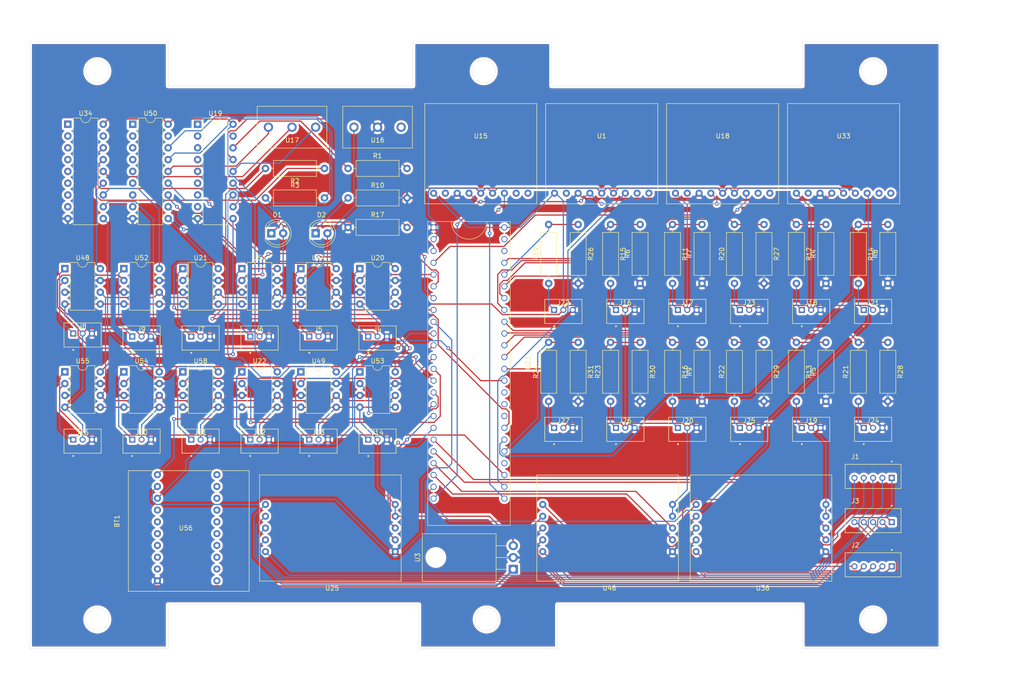
<source format=kicad_pcb>
(kicad_pcb (version 20171130) (host pcbnew "(5.1.10)-1")
  (title_block (title "Test Stand PCB") (date 2021-07-01) (rev v02) (company "Project Caelus") (comment 2 creativecommons.org/license/by/4.0/) (comment 3 "License: CC BY 4.0") (comment 4 "Author: Eric Feng"))
  (layers (0 F.Cu signal) (31 B.Cu signal) (35 F.Paste user) (37 F.SilkS user) (38 B.Mask user) (39 F.Mask user) (44 Edge.Cuts user))
  (net 0 "")
  (net 1 GND1)
  (net 2 "Net-(BT1-Pad1)")
  (net 3 "Net-(J1-Pad1)")
  (net 4 "Net-(J1-Pad2)")
  (net 5 "Net-(J1-Pad3)")
  (net 6 "Net-(J1-Pad4)")
  (net 7 "Net-(J1-Pad5)")
  (net 8 "Net-(J2-Pad1)")
  (net 9 "Net-(J2-Pad2)")
  (net 10 "Net-(J2-Pad3)")
  (net 11 "Net-(J2-Pad4)")
  (net 12 "Net-(J2-Pad5)")
  (net 13 "Net-(J3-Pad1)")
  (net 14 "Net-(J3-Pad2)")
  (net 15 "Net-(J3-Pad3)")
  (net 16 "Net-(J3-Pad4)")
  (net 17 "Net-(J3-Pad5)")
  (net 18 "Net-(R1-Pad2)")
  (net 19 "Net-(R1-Pad1)")
  (net 20 "Net-(R2-Pad2)")
  (net 21 "Net-(R2-Pad1)")
  (net 22 "Net-(R3-Pad2)")
  (net 23 "Net-(R3-Pad1)")
  (net 24 "Net-(R12-Pad1)")
  (net 25 "Net-(R13-Pad1)")
  (net 26 "Net-(R15-Pad1)")
  (net 27 "Net-(R11-Pad1)")
  (net 28 "Net-(R14-Pad1)")
  (net 29 "Net-(R16-Pad1)")
  (net 30 "Net-(R19-Pad2)")
  (net 31 "Net-(R20-Pad2)")
  (net 32 "Net-(R21-Pad2)")
  (net 33 "Net-(R22-Pad2)")
  (net 34 "Net-(R23-Pad2)")
  (net 35 "Net-(R24-Pad2)")
  (net 36 +5V)
  (net 37 1)
  (net 38 14)
  (net 39 13)
  (net 40 51)
  (net 41 40)
  (net 42 41)
  (net 43 42)
  (net 44 43)
  (net 45 44)
  (net 46 45)
  (net 47 53)
  (net 48 54)
  (net 49 48)
  (net 50 46)
  (net 51 47)
  (net 52 49)
  (net 53 50)
  (net 54 52)
  (net 55 27)
  (net 56 26)
  (net 57 25)
  (net 58 15)
  (net 59 36)
  (net 60 37)
  (net 61 38)
  (net 62 39)
  (net 63 28)
  (net 64 3)
  (net 65 31)
  (net 66 6)
  (net 67 11)
  (net 68 8)
  (net 69 7)
  (net 70 58)
  (net 71 4)
  (net 72 5)
  (net 73 61)
  (net 74 60)
  (net 75 9)
  (net 76 10)
  (net 77 12)
  (net 78 3.3)
  (net 79 57)
  (net 80 16)
  (net 81 17)
  (net 82 18)
  (net 83 19)
  (net 84 20)
  (net 85 21)
  (net 86 2)
  (net 87 32)
  (net 88 33)
  (net 89 34)
  (net 90 35)
  (net 91 29)
  (net 92 30)
  (net 93 "Net-(J16-Pad1)")
  (net 94 "Net-(J17-Pad1)")
  (net 95 "Net-(J18-Pad1)")
  (net 96 "Net-(J19-Pad1)")
  (net 97 "Net-(J20-Pad1)")
  (net 98 "Net-(J21-Pad1)")
  (net 99 "Net-(J22-Pad1)")
  (net 100 "Net-(J23-Pad1)")
  (net 101 "Net-(J24-Pad1)")
  (net 102 "Net-(J25-Pad1)")
  (net 103 "Net-(J26-Pad1)")
  (net 104 "Net-(J27-Pad1)")
  (net 105 "Net-(D1-Pad1)")
  (net 106 "Net-(D2-Pad1)")
  (module Launchbox:LoadCellAmp (layer F.Cu) (at 172.085 125.73)
    (fp_text reference U46 (at 0.381 12.954) (layer F.SilkS))
    (fp_text value LoadCellAmp)
    (pad 6 thru_hole circle (at 13.97 5.08) (size 1.524 1.524) (drill 0.762) (layers *.Cu *.Mask) (net 1 GND1))
    (pad 7 thru_hole circle (at 13.97 2.54) (size 1.524 1.524) (drill 0.762) (layers *.Cu *.Mask) (net 85 21))
    (pad 8 thru_hole circle (at 13.97 0) (size 1.524 1.524) (drill 0.762) (layers *.Cu *.Mask) (net 84 20))
    (pad 9 thru_hole circle (at 13.97 -2.54) (size 1.524 1.524) (drill 0.762) (layers *.Cu *.Mask) (net 36 +5V))
    (pad 10 thru_hole circle (at 13.97 -5.08) (size 1.524 1.524) (drill 0.762) (layers *.Cu *.Mask) (net 36 +5V))
    (pad 1 thru_hole circle (at -13.97 -5.08) (size 1.524 1.524) (drill 0.762) (layers *.Cu *.Mask) (net 13 "Net-(J3-Pad1)"))
    (pad 5 thru_hole circle (at -13.98 5.08) (size 1.524 1.524) (drill 0.762) (layers *.Cu *.Mask) (net 17 "Net-(J3-Pad5)"))
    (pad 4 thru_hole circle (at -13.97 2.54) (size 1.524 1.524) (drill 0.762) (layers *.Cu *.Mask) (net 16 "Net-(J3-Pad4)"))
    (pad 3 thru_hole circle (at -13.97 0) (size 1.524 1.524) (drill 0.762) (layers *.Cu *.Mask) (net 15 "Net-(J3-Pad3)"))
    (pad 2 thru_hole circle (at -13.97 -2.54) (size 1.524 1.524) (drill 0.762) (layers *.Cu *.Mask) (net 14 "Net-(J3-Pad2)"))
  )
  (module "Launchbox:Teensy 3.6" (layer F.Cu) (at 142.24 90.17 90)
    (fp_text reference U23 (at 0 12.7 90) (layer F.SilkS))
    (fp_text value Teensy3.6)
    (pad 40 thru_hole circle (at 29.21 7.62 90) (size 1.3208 1.3208) (drill 0.9398) (layers *.Cu *.Mask) (net 36 +5V))
    (pad 41 thru_hole circle (at 26.67 7.62 90) (size 1.3208 1.3208) (drill 0.9398) (layers *.Cu *.Mask))
    (pad 42 thru_hole circle (at 24.13 7.62 90) (size 1.3208 1.3208) (drill 0.9398) (layers *.Cu *.Mask))
    (pad 23 thru_hole circle (at 21.59 7.62 90) (size 1.3208 1.3208) (drill 0.9398) (layers *.Cu *.Mask) (net 26 "Net-(R15-Pad1)"))
    (pad 22 thru_hole circle (at 19.05 7.62 90) (size 1.3208 1.3208) (drill 0.9398) (layers *.Cu *.Mask) (net 30 "Net-(R19-Pad2)"))
    (pad 21 thru_hole circle (at 16.51 7.62 90) (size 1.3208 1.3208) (drill 0.9398) (layers *.Cu *.Mask) (net 27 "Net-(R11-Pad1)"))
    (pad 20 thru_hole circle (at 13.97 7.62 90) (size 1.3208 1.3208) (drill 0.9398) (layers *.Cu *.Mask) (net 31 "Net-(R20-Pad2)"))
    (pad 19 thru_hole circle (at 11.43 7.62 90) (size 1.3208 1.3208) (drill 0.9398) (layers *.Cu *.Mask) (net 24 "Net-(R12-Pad1)"))
    (pad 18 thru_hole circle (at 8.89 7.62 90) (size 1.3208 1.3208) (drill 0.9398) (layers *.Cu *.Mask) (net 32 "Net-(R21-Pad2)"))
    (pad 17 thru_hole circle (at 6.35 7.62 90) (size 1.3208 1.3208) (drill 0.9398) (layers *.Cu *.Mask) (net 25 "Net-(R13-Pad1)"))
    (pad 16 thru_hole circle (at 3.81 7.62 90) (size 1.3208 1.3208) (drill 0.9398) (layers *.Cu *.Mask) (net 33 "Net-(R22-Pad2)"))
    (pad 15 thru_hole circle (at 1.27 7.62 90) (size 1.3208 1.3208) (drill 0.9398) (layers *.Cu *.Mask) (net 29 "Net-(R16-Pad1)"))
    (pad 14 thru_hole circle (at -1.27 7.62 90) (size 1.3208 1.3208) (drill 0.9398) (layers *.Cu *.Mask) (net 34 "Net-(R23-Pad2)"))
    (pad 13 thru_hole circle (at -3.81 7.62 90) (size 1.3208 1.3208) (drill 0.9398) (layers *.Cu *.Mask) (net 68 8))
    (pad 43 thru_hole circle (at -6.35 7.62 90) (size 1.3208 1.3208) (drill 0.9398) (layers *.Cu *.Mask))
    (pad 44 thru_hole circle (at -8.89 7.62 90) (size 1.3208 1.3208) (drill 0.9398) (layers *.Cu *.Mask))
    (pad 45 thru_hole circle (at -11.43 7.62 90) (size 1.3208 1.3208) (drill 0.9398) (layers *.Cu *.Mask))
    (pad 39 thru_hole circle (at -13.97 7.62 90) (size 1.3208 1.3208) (drill 0.9398) (layers *.Cu *.Mask) (net 69 7))
    (pad 38 thru_hole circle (at -16.51 7.62 90) (size 1.3208 1.3208) (drill 0.9398) (layers *.Cu *.Mask) (net 28 "Net-(R14-Pad1)"))
    (pad 37 thru_hole circle (at -19.05 7.62 90) (size 1.3208 1.3208) (drill 0.9398) (layers *.Cu *.Mask) (net 35 "Net-(R24-Pad2)"))
    (pad 36 thru_hole circle (at -21.59 7.62 90) (size 1.3208 1.3208) (drill 0.9398) (layers *.Cu *.Mask))
    (pad 35 thru_hole circle (at -24.13 7.62 90) (size 1.3208 1.3208) (drill 0.9398) (layers *.Cu *.Mask) (net 70 58))
    (pad 34 thru_hole circle (at -26.67 7.62 90) (size 1.3208 1.3208) (drill 0.9398) (layers *.Cu *.Mask) (net 40 51))
    (pad 33 thru_hole circle (at -29.21 7.62 90) (size 1.3208 1.3208) (drill 0.9398) (layers *.Cu *.Mask) (net 53 50))
    (pad 46 thru_hole circle (at 29.21 -7.62 90) (size 1.3208 1.3208) (drill 0.9398) (layers *.Cu *.Mask) (net 1 GND1))
    (pad 0 thru_hole circle (at 26.67 -7.62 90) (size 1.3208 1.3208) (drill 0.9398) (layers *.Cu *.Mask) (net 39 13))
    (pad 1 thru_hole circle (at 24.13 -7.62 90) (size 1.3208 1.3208) (drill 0.9398) (layers *.Cu *.Mask) (net 38 14))
    (pad 2 thru_hole circle (at 21.59 -7.62 90) (size 1.3208 1.3208) (drill 0.9398) (layers *.Cu *.Mask) (net 58 15))
    (pad 3 thru_hole circle (at 19.05 -7.62 90) (size 1.3208 1.3208) (drill 0.9398) (layers *.Cu *.Mask) (net 64 3))
    (pad 4 thru_hole circle (at 16.51 -7.62 90) (size 1.3208 1.3208) (drill 0.9398) (layers *.Cu *.Mask) (net 71 4))
    (pad 5 thru_hole circle (at 13.97 -7.62 90) (size 1.3208 1.3208) (drill 0.9398) (layers *.Cu *.Mask) (net 72 5))
    (pad 6 thru_hole circle (at 11.43 -7.62 90) (size 1.3208 1.3208) (drill 0.9398) (layers *.Cu *.Mask) (net 66 6))
    (pad 7 thru_hole circle (at 8.89 -7.62 90) (size 1.3208 1.3208) (drill 0.9398) (layers *.Cu *.Mask) (net 73 61))
    (pad 8 thru_hole circle (at 6.35 -7.62 90) (size 1.3208 1.3208) (drill 0.9398) (layers *.Cu *.Mask) (net 74 60))
    (pad 9 thru_hole circle (at 3.81 -7.62 90) (size 1.3208 1.3208) (drill 0.9398) (layers *.Cu *.Mask) (net 75 9))
    (pad 10 thru_hole circle (at 1.27 -7.62 90) (size 1.3208 1.3208) (drill 0.9398) (layers *.Cu *.Mask) (net 76 10))
    (pad 11 thru_hole circle (at -1.27 -7.62 90) (size 1.3208 1.3208) (drill 0.9398) (layers *.Cu *.Mask) (net 67 11))
    (pad 12 thru_hole circle (at -3.81 -7.62 90) (size 1.3208 1.3208) (drill 0.9398) (layers *.Cu *.Mask) (net 77 12))
    (pad 47 thru_hole circle (at -6.35 -7.62 90) (size 1.3208 1.3208) (drill 0.9398) (layers *.Cu *.Mask) (net 78 3.3))
    (pad 24 thru_hole circle (at -8.89 -7.62 90) (size 1.3208 1.3208) (drill 0.9398) (layers *.Cu *.Mask) (net 79 57))
    (pad 25 thru_hole circle (at -11.43 -7.62 90) (size 1.3208 1.3208) (drill 0.9398) (layers *.Cu *.Mask) (net 80 16))
    (pad 26 thru_hole circle (at -13.97 -7.62 90) (size 1.3208 1.3208) (drill 0.9398) (layers *.Cu *.Mask) (net 81 17))
    (pad 27 thru_hole circle (at -16.51 -7.62 90) (size 1.3208 1.3208) (drill 0.9398) (layers *.Cu *.Mask) (net 82 18))
    (pad 28 thru_hole circle (at -19.05 -7.62 90) (size 1.3208 1.3208) (drill 0.9398) (layers *.Cu *.Mask) (net 83 19))
    (pad 29 thru_hole circle (at -21.59 -7.62 90) (size 1.3208 1.3208) (drill 0.9398) (layers *.Cu *.Mask) (net 84 20))
    (pad 30 thru_hole circle (at -24.13 -7.62 90) (size 1.3208 1.3208) (drill 0.9398) (layers *.Cu *.Mask) (net 85 21))
    (pad 31 thru_hole circle (at -26.67 -7.62 90) (size 1.3208 1.3208) (drill 0.9398) (layers *.Cu *.Mask) (net 86 2))
    (pad 32 thru_hole circle (at -29.21 -7.62 90) (size 1.3208 1.3208) (drill 0.9398) (layers *.Cu *.Mask) (net 37 1))
  )
  (module Launchbox:TE_1735446-3 (layer F.Cu) (at 162.56 104.14 180)
    (fp_text reference J27 (at 0 1.524) (layer F.SilkS))
    (fp_text value 440055-3)
    (pad 3 thru_hole circle (at -2.007 0 180) (size 1.308 1.308) (drill 0.8) (layers *.Cu *.Mask) (net 1 GND1))
    (pad 2 thru_hole circle (at 0 0 180) (size 1.308 1.308) (drill 0.8) (layers *.Cu *.Mask) (net 36 +5V))
    (pad 1 thru_hole rect (at 2.007 0 180) (size 1.308 1.308) (drill 0.8) (layers *.Cu *.Mask) (net 104 "Net-(J27-Pad1)"))
  )
  (module Launchbox:TE_1735446-3 (layer F.Cu) (at 175.895 104.14 180)
    (fp_text reference J26 (at 0 1.524) (layer F.SilkS))
    (fp_text value 440055-3)
    (pad 3 thru_hole circle (at -2.007 0 180) (size 1.308 1.308) (drill 0.8) (layers *.Cu *.Mask) (net 1 GND1))
    (pad 2 thru_hole circle (at 0 0 180) (size 1.308 1.308) (drill 0.8) (layers *.Cu *.Mask) (net 36 +5V))
    (pad 1 thru_hole rect (at 2.007 0 180) (size 1.308 1.308) (drill 0.8) (layers *.Cu *.Mask) (net 103 "Net-(J26-Pad1)"))
  )
  (module Launchbox:TE_1735446-3 (layer F.Cu) (at 202.565 104.14 180)
    (fp_text reference J25 (at 0 1.524) (layer F.SilkS))
    (fp_text value 440055-3)
    (pad 3 thru_hole circle (at -2.007 0 180) (size 1.308 1.308) (drill 0.8) (layers *.Cu *.Mask) (net 1 GND1))
    (pad 2 thru_hole circle (at 0 0 180) (size 1.308 1.308) (drill 0.8) (layers *.Cu *.Mask) (net 36 +5V))
    (pad 1 thru_hole rect (at 2.007 0 180) (size 1.308 1.308) (drill 0.8) (layers *.Cu *.Mask) (net 102 "Net-(J25-Pad1)"))
  )
  (module Launchbox:TE_1735446-3 (layer F.Cu) (at 229.235 104.14 180)
    (fp_text reference J24 (at 0 1.524) (layer F.SilkS))
    (fp_text value 440055-3)
    (pad 3 thru_hole circle (at -2.007 0 180) (size 1.308 1.308) (drill 0.8) (layers *.Cu *.Mask) (net 1 GND1))
    (pad 2 thru_hole circle (at 0 0 180) (size 1.308 1.308) (drill 0.8) (layers *.Cu *.Mask) (net 36 +5V))
    (pad 1 thru_hole rect (at 2.007 0 180) (size 1.308 1.308) (drill 0.8) (layers *.Cu *.Mask) (net 101 "Net-(J24-Pad1)"))
  )
  (module Launchbox:TE_1735446-3 (layer F.Cu) (at 202.565 78.74 180)
    (fp_text reference J23 (at 0 1.524) (layer F.SilkS))
    (fp_text value 440055-3)
    (pad 3 thru_hole circle (at -2.007 0 180) (size 1.308 1.308) (drill 0.8) (layers *.Cu *.Mask) (net 1 GND1))
    (pad 2 thru_hole circle (at 0 0 180) (size 1.308 1.308) (drill 0.8) (layers *.Cu *.Mask) (net 36 +5V))
    (pad 1 thru_hole rect (at 2.007 0 180) (size 1.308 1.308) (drill 0.8) (layers *.Cu *.Mask) (net 100 "Net-(J23-Pad1)"))
  )
  (module Launchbox:TE_1735446-3 (layer F.Cu) (at 162.56 78.74 180)
    (fp_text reference J22 (at 0 1.524) (layer F.SilkS))
    (fp_text value 440055-3)
    (pad 3 thru_hole circle (at -2.007 0 180) (size 1.308 1.308) (drill 0.8) (layers *.Cu *.Mask) (net 1 GND1))
    (pad 2 thru_hole circle (at 0 0 180) (size 1.308 1.308) (drill 0.8) (layers *.Cu *.Mask) (net 36 +5V))
    (pad 1 thru_hole rect (at 2.007 0 180) (size 1.308 1.308) (drill 0.8) (layers *.Cu *.Mask) (net 99 "Net-(J22-Pad1)"))
  )
  (module Launchbox:TE_1735446-3 (layer F.Cu) (at 229.235 78.74 180)
    (fp_text reference J21 (at 0 1.524) (layer F.SilkS))
    (fp_text value 440055-3)
    (pad 3 thru_hole circle (at -2.007 0 180) (size 1.308 1.308) (drill 0.8) (layers *.Cu *.Mask) (net 1 GND1))
    (pad 2 thru_hole circle (at 0 0 180) (size 1.308 1.308) (drill 0.8) (layers *.Cu *.Mask) (net 36 +5V))
    (pad 1 thru_hole rect (at 2.007 0 180) (size 1.308 1.308) (drill 0.8) (layers *.Cu *.Mask) (net 98 "Net-(J21-Pad1)"))
  )
  (module Launchbox:TE_1735446-3 (layer F.Cu) (at 189.23 104.14 180)
    (fp_text reference J20 (at 0 1.524) (layer F.SilkS))
    (fp_text value 440055-3)
    (pad 3 thru_hole circle (at -2.007 0 180) (size 1.308 1.308) (drill 0.8) (layers *.Cu *.Mask) (net 1 GND1))
    (pad 2 thru_hole circle (at 0 0 180) (size 1.308 1.308) (drill 0.8) (layers *.Cu *.Mask) (net 36 +5V))
    (pad 1 thru_hole rect (at 2.007 0 180) (size 1.308 1.308) (drill 0.8) (layers *.Cu *.Mask) (net 97 "Net-(J20-Pad1)"))
  )
  (module Launchbox:TE_1735446-3 (layer F.Cu) (at 215.9 104.14 180)
    (fp_text reference J19 (at 0 1.524) (layer F.SilkS))
    (fp_text value 440055-3)
    (pad 3 thru_hole circle (at -2.007 0 180) (size 1.308 1.308) (drill 0.8) (layers *.Cu *.Mask) (net 1 GND1))
    (pad 2 thru_hole circle (at 0 0 180) (size 1.308 1.308) (drill 0.8) (layers *.Cu *.Mask) (net 36 +5V))
    (pad 1 thru_hole rect (at 2.007 0 180) (size 1.308 1.308) (drill 0.8) (layers *.Cu *.Mask) (net 96 "Net-(J19-Pad1)"))
  )
  (module Launchbox:TE_1735446-3 (layer F.Cu) (at 215.9 78.74 180)
    (fp_text reference J18 (at 0 1.524) (layer F.SilkS))
    (fp_text value 440055-3)
    (pad 3 thru_hole circle (at -2.007 0 180) (size 1.308 1.308) (drill 0.8) (layers *.Cu *.Mask) (net 1 GND1))
    (pad 2 thru_hole circle (at 0 0 180) (size 1.308 1.308) (drill 0.8) (layers *.Cu *.Mask) (net 36 +5V))
    (pad 1 thru_hole rect (at 2.007 0 180) (size 1.308 1.308) (drill 0.8) (layers *.Cu *.Mask) (net 95 "Net-(J18-Pad1)"))
  )
  (module Launchbox:TE_1735446-3 (layer F.Cu) (at 189.23 78.74 180)
    (fp_text reference J17 (at 0 1.524) (layer F.SilkS))
    (fp_text value 440055-3)
    (pad 3 thru_hole circle (at -2.007 0 180) (size 1.308 1.308) (drill 0.8) (layers *.Cu *.Mask) (net 1 GND1))
    (pad 2 thru_hole circle (at 0 0 180) (size 1.308 1.308) (drill 0.8) (layers *.Cu *.Mask) (net 36 +5V))
    (pad 1 thru_hole rect (at 2.007 0 180) (size 1.308 1.308) (drill 0.8) (layers *.Cu *.Mask) (net 94 "Net-(J17-Pad1)"))
  )
  (module Launchbox:TE_1735446-3 (layer F.Cu) (at 175.895 78.74 180)
    (fp_text reference J16 (at 0 1.524) (layer F.SilkS))
    (fp_text value 440055-3)
    (pad 3 thru_hole circle (at -2.007 0 180) (size 1.308 1.308) (drill 0.8) (layers *.Cu *.Mask) (net 1 GND1))
    (pad 2 thru_hole circle (at 0 0 180) (size 1.308 1.308) (drill 0.8) (layers *.Cu *.Mask) (net 36 +5V))
    (pad 1 thru_hole rect (at 2.007 0 180) (size 1.308 1.308) (drill 0.8) (layers *.Cu *.Mask) (net 93 "Net-(J16-Pad1)"))
  )
  (module Launchbox:TE_1735446-3 (layer F.Cu) (at 59.055 106.68 180)
    (fp_text reference J15 (at 0 1.524) (layer F.SilkS))
    (fp_text value 440055-3)
    (pad 3 thru_hole circle (at -2.007 0 180) (size 1.308 1.308) (drill 0.8) (layers *.Cu *.Mask) (net 1 GND1))
    (pad 2 thru_hole circle (at 0 0 180) (size 1.308 1.308) (drill 0.8) (layers *.Cu *.Mask) (net 36 +5V))
    (pad 1 thru_hole rect (at 2.007 0 180) (size 1.308 1.308) (drill 0.8) (layers *.Cu *.Mask) (net 48 54))
  )
  (module Launchbox:TE_1735446-3 (layer F.Cu) (at 122.555 106.68 180)
    (fp_text reference J14 (at 0 1.524) (layer F.SilkS))
    (fp_text value 440055-3)
    (pad 3 thru_hole circle (at -2.007 0 180) (size 1.308 1.308) (drill 0.8) (layers *.Cu *.Mask) (net 1 GND1))
    (pad 2 thru_hole circle (at 0 0 180) (size 1.308 1.308) (drill 0.8) (layers *.Cu *.Mask) (net 36 +5V))
    (pad 1 thru_hole rect (at 2.007 0 180) (size 1.308 1.308) (drill 0.8) (layers *.Cu *.Mask) (net 47 53))
  )
  (module Launchbox:TE_1735446-3 (layer F.Cu) (at 109.855 106.68 180)
    (fp_text reference J13 (at 0 1.524) (layer F.SilkS))
    (fp_text value 440055-3)
    (pad 3 thru_hole circle (at -2.007 0 180) (size 1.308 1.308) (drill 0.8) (layers *.Cu *.Mask) (net 1 GND1))
    (pad 2 thru_hole circle (at 0 0 180) (size 1.308 1.308) (drill 0.8) (layers *.Cu *.Mask) (net 36 +5V))
    (pad 1 thru_hole rect (at 2.007 0 180) (size 1.308 1.308) (drill 0.8) (layers *.Cu *.Mask) (net 52 49))
  )
  (module Launchbox:TE_1735446-3 (layer F.Cu) (at 97.155 106.68 180)
    (fp_text reference J12 (at 0 1.524) (layer F.SilkS))
    (fp_text value 440055-3)
    (pad 3 thru_hole circle (at -2.007 0 180) (size 1.308 1.308) (drill 0.8) (layers *.Cu *.Mask) (net 1 GND1))
    (pad 2 thru_hole circle (at 0 0 180) (size 1.308 1.308) (drill 0.8) (layers *.Cu *.Mask) (net 36 +5V))
    (pad 1 thru_hole rect (at 2.007 0 180) (size 1.308 1.308) (drill 0.8) (layers *.Cu *.Mask) (net 49 48))
  )
  (module Launchbox:TE_1735446-3 (layer F.Cu) (at 84.455 106.68 180)
    (fp_text reference J11 (at 0 1.524) (layer F.SilkS))
    (fp_text value 440055-3)
    (pad 3 thru_hole circle (at -2.007 0 180) (size 1.308 1.308) (drill 0.8) (layers *.Cu *.Mask) (net 1 GND1))
    (pad 2 thru_hole circle (at 0 0 180) (size 1.308 1.308) (drill 0.8) (layers *.Cu *.Mask) (net 36 +5V))
    (pad 1 thru_hole rect (at 2.007 0 180) (size 1.308 1.308) (drill 0.8) (layers *.Cu *.Mask) (net 51 47))
  )
  (module Launchbox:TE_1735446-3 (layer F.Cu) (at 71.755 106.68 180)
    (fp_text reference J10 (at 0 1.524) (layer F.SilkS))
    (fp_text value 440055-3)
    (pad 3 thru_hole circle (at -2.007 0 180) (size 1.308 1.308) (drill 0.8) (layers *.Cu *.Mask) (net 1 GND1))
    (pad 2 thru_hole circle (at 0 0 180) (size 1.308 1.308) (drill 0.8) (layers *.Cu *.Mask) (net 36 +5V))
    (pad 1 thru_hole rect (at 2.007 0 180) (size 1.308 1.308) (drill 0.8) (layers *.Cu *.Mask) (net 50 46))
  )
  (module Launchbox:TE_1735446-3 (layer F.Cu) (at 71.755 84.455 180)
    (fp_text reference J9 (at 0 1.524) (layer F.SilkS))
    (fp_text value 440055-3)
    (pad 3 thru_hole circle (at -2.007 0 180) (size 1.308 1.308) (drill 0.8) (layers *.Cu *.Mask) (net 1 GND1))
    (pad 2 thru_hole circle (at 0 0 180) (size 1.308 1.308) (drill 0.8) (layers *.Cu *.Mask) (net 36 +5V))
    (pad 1 thru_hole rect (at 2.007 0 180) (size 1.308 1.308) (drill 0.8) (layers *.Cu *.Mask) (net 46 45))
  )
  (module Launchbox:TE_1735446-3 (layer F.Cu) (at 59.055 83.82 180)
    (fp_text reference J8 (at 0 1.524) (layer F.SilkS))
    (fp_text value 440055-3)
    (pad 3 thru_hole circle (at -2.007 0 180) (size 1.308 1.308) (drill 0.8) (layers *.Cu *.Mask) (net 1 GND1))
    (pad 2 thru_hole circle (at 0 0 180) (size 1.308 1.308) (drill 0.8) (layers *.Cu *.Mask) (net 36 +5V))
    (pad 1 thru_hole rect (at 2.007 0 180) (size 1.308 1.308) (drill 0.8) (layers *.Cu *.Mask) (net 45 44))
  )
  (module Launchbox:TE_1735446-3 (layer F.Cu) (at 84.455 84.455 180)
    (fp_text reference J7 (at 0 1.524) (layer F.SilkS))
    (fp_text value 440055-3)
    (pad 3 thru_hole circle (at -2.007 0 180) (size 1.308 1.308) (drill 0.8) (layers *.Cu *.Mask) (net 1 GND1))
    (pad 2 thru_hole circle (at 0 0 180) (size 1.308 1.308) (drill 0.8) (layers *.Cu *.Mask) (net 36 +5V))
    (pad 1 thru_hole rect (at 2.007 0 180) (size 1.308 1.308) (drill 0.8) (layers *.Cu *.Mask) (net 44 43))
  )
  (module Launchbox:TE_1735446-3 (layer F.Cu) (at 97.155 84.455 180)
    (fp_text reference J6 (at 0 1.524) (layer F.SilkS))
    (fp_text value 440055-3)
    (pad 3 thru_hole circle (at -2.007 0 180) (size 1.308 1.308) (drill 0.8) (layers *.Cu *.Mask) (net 1 GND1))
    (pad 2 thru_hole circle (at 0 0 180) (size 1.308 1.308) (drill 0.8) (layers *.Cu *.Mask) (net 36 +5V))
    (pad 1 thru_hole rect (at 2.007 0 180) (size 1.308 1.308) (drill 0.8) (layers *.Cu *.Mask) (net 43 42))
  )
  (module Launchbox:TE_1735446-3 (layer F.Cu) (at 109.855 84.455 180)
    (fp_text reference J5 (at 0 1.524) (layer F.SilkS))
    (fp_text value 440055-3)
    (pad 3 thru_hole circle (at -2.007 0 180) (size 1.308 1.308) (drill 0.8) (layers *.Cu *.Mask) (net 1 GND1))
    (pad 2 thru_hole circle (at 0 0 180) (size 1.308 1.308) (drill 0.8) (layers *.Cu *.Mask) (net 36 +5V))
    (pad 1 thru_hole rect (at 2.007 0 180) (size 1.308 1.308) (drill 0.8) (layers *.Cu *.Mask) (net 42 41))
  )
  (module Launchbox:TE_1735446-3 (layer F.Cu) (at 122.555 84.455 180)
    (fp_text reference J4 (at 0 1.524) (layer F.SilkS))
    (fp_text value 440055-3)
    (pad 3 thru_hole circle (at -2.007 0 180) (size 1.308 1.308) (drill 0.8) (layers *.Cu *.Mask) (net 1 GND1))
    (pad 2 thru_hole circle (at 0 0 180) (size 1.308 1.308) (drill 0.8) (layers *.Cu *.Mask) (net 36 +5V))
    (pad 1 thru_hole rect (at 2.007 0 180) (size 1.308 1.308) (drill 0.8) (layers *.Cu *.Mask) (net 41 40))
  )
  (module Launchbox:Xbee_Breakout (layer F.Cu) (at 81.915 126.365 180)
    (fp_text reference U56 (at 0.635 0.635) (layer F.SilkS))
    (fp_text value XBee_Breakout)
    (pad 20 thru_hole circle (at -6.05202 12.12918) (size 1.524 1.524) (drill 0.762) (layers *.Cu *.Mask))
    (pad 19 thru_hole circle (at -6.05202 9.58918) (size 1.524 1.524) (drill 0.762) (layers *.Cu *.Mask))
    (pad 18 thru_hole circle (at -6.05202 7.04918) (size 1.524 1.524) (drill 0.762) (layers *.Cu *.Mask))
    (pad 17 thru_hole circle (at -6.05202 4.50918) (size 1.524 1.524) (drill 0.762) (layers *.Cu *.Mask))
    (pad 16 thru_hole circle (at -6.05202 1.96918) (size 1.524 1.524) (drill 0.762) (layers *.Cu *.Mask))
    (pad 15 thru_hole circle (at -6.05202 -0.57082) (size 1.524 1.524) (drill 0.762) (layers *.Cu *.Mask))
    (pad 14 thru_hole circle (at -6.05202 -3.11082) (size 1.524 1.524) (drill 0.762) (layers *.Cu *.Mask))
    (pad 13 thru_hole circle (at -6.05202 -5.65082) (size 1.524 1.524) (drill 0.762) (layers *.Cu *.Mask))
    (pad 12 thru_hole circle (at -6.05202 -8.19082) (size 1.524 1.524) (drill 0.762) (layers *.Cu *.Mask))
    (pad 11 thru_hole circle (at -6.05202 -10.73082) (size 1.524 1.524) (drill 0.762) (layers *.Cu *.Mask))
    (pad 10 thru_hole circle (at 6.74798 -10.73082) (size 1.524 1.524) (drill 0.762) (layers *.Cu *.Mask) (net 1 GND1))
    (pad 9 thru_hole circle (at 6.74798 -8.19082) (size 1.524 1.524) (drill 0.762) (layers *.Cu *.Mask))
    (pad 8 thru_hole circle (at 6.74798 -5.65082) (size 1.524 1.524) (drill 0.762) (layers *.Cu *.Mask))
    (pad 7 thru_hole circle (at 6.74798 -3.11082) (size 1.524 1.524) (drill 0.762) (layers *.Cu *.Mask))
    (pad 6 thru_hole circle (at 6.74798 -0.57082) (size 1.524 1.524) (drill 0.762) (layers *.Cu *.Mask))
    (pad 5 thru_hole circle (at 6.74798 1.96918) (size 1.524 1.524) (drill 0.762) (layers *.Cu *.Mask))
    (pad 4 thru_hole circle (at 6.74798 4.50918) (size 1.524 1.524) (drill 0.762) (layers *.Cu *.Mask))
    (pad 3 thru_hole circle (at 6.74798 7.04918) (size 1.524 1.524) (drill 0.762) (layers *.Cu *.Mask) (net 74 60))
    (pad 2 thru_hole circle (at 6.74798 9.58918) (size 1.524 1.524) (drill 0.762) (layers *.Cu *.Mask) (net 73 61))
    (pad 1 thru_hole circle (at 6.74798 12.12918) (size 1.524 1.524) (drill 0.762) (layers *.Cu *.Mask) (net 78 3.3))
  )
  (module Launchbox:TE_1735446-5 (layer F.Cu) (at 229.235 124.46)
    (fp_text reference J3 (at -3.838 -4.565) (layer F.SilkS))
    (fp_text value 440055-5)
    (pad 5 thru_hole circle (at -4.013 0) (size 1.308 1.308) (drill 0.8) (layers *.Cu *.Mask) (net 17 "Net-(J3-Pad5)"))
    (pad 4 thru_hole circle (at -2.007 0) (size 1.308 1.308) (drill 0.8) (layers *.Cu *.Mask) (net 16 "Net-(J3-Pad4)"))
    (pad 3 thru_hole circle (at 0 0) (size 1.308 1.308) (drill 0.8) (layers *.Cu *.Mask) (net 15 "Net-(J3-Pad3)"))
    (pad 2 thru_hole circle (at 2.007 0) (size 1.308 1.308) (drill 0.8) (layers *.Cu *.Mask) (net 14 "Net-(J3-Pad2)"))
    (pad 1 thru_hole rect (at 4.013 0) (size 1.308 1.308) (drill 0.8) (layers *.Cu *.Mask) (net 13 "Net-(J3-Pad1)"))
  )
  (module Launchbox:TE_1735446-5 (layer F.Cu) (at 229.235 133.985)
    (fp_text reference J2 (at -3.838 -4.565) (layer F.SilkS))
    (fp_text value 440055-5)
    (pad 5 thru_hole circle (at -4.013 0) (size 1.308 1.308) (drill 0.8) (layers *.Cu *.Mask) (net 12 "Net-(J2-Pad5)"))
    (pad 4 thru_hole circle (at -2.007 0) (size 1.308 1.308) (drill 0.8) (layers *.Cu *.Mask) (net 11 "Net-(J2-Pad4)"))
    (pad 3 thru_hole circle (at 0 0) (size 1.308 1.308) (drill 0.8) (layers *.Cu *.Mask) (net 10 "Net-(J2-Pad3)"))
    (pad 2 thru_hole circle (at 2.007 0) (size 1.308 1.308) (drill 0.8) (layers *.Cu *.Mask) (net 9 "Net-(J2-Pad2)"))
    (pad 1 thru_hole rect (at 4.013 0) (size 1.308 1.308) (drill 0.8) (layers *.Cu *.Mask) (net 8 "Net-(J2-Pad1)"))
  )
  (module Launchbox:TE_1735446-5 (layer F.Cu) (at 229.235 114.935)
    (fp_text reference J1 (at -3.838 -4.565) (layer F.SilkS))
    (fp_text value 440055-5)
    (pad 5 thru_hole circle (at -4.013 0) (size 1.308 1.308) (drill 0.8) (layers *.Cu *.Mask) (net 7 "Net-(J1-Pad5)"))
    (pad 4 thru_hole circle (at -2.007 0) (size 1.308 1.308) (drill 0.8) (layers *.Cu *.Mask) (net 6 "Net-(J1-Pad4)"))
    (pad 3 thru_hole circle (at 0 0) (size 1.308 1.308) (drill 0.8) (layers *.Cu *.Mask) (net 5 "Net-(J1-Pad3)"))
    (pad 2 thru_hole circle (at 2.007 0) (size 1.308 1.308) (drill 0.8) (layers *.Cu *.Mask) (net 4 "Net-(J1-Pad2)"))
    (pad 1 thru_hole rect (at 4.013 0) (size 1.308 1.308) (drill 0.8) (layers *.Cu *.Mask) (net 3 "Net-(J1-Pad1)"))
  )
  (module Resistor_THT:R_Axial_DIN0309_L9.0mm_D3.2mm_P12.70mm_Horizontal (layer F.Cu) (at 98.425 54.61)
    (fp_text reference R3 (at 6.35 -2.72) (layer F.SilkS))
    (fp_text value R_US)
    (pad 2 thru_hole oval (at 12.7 0) (size 1.6 1.6) (drill 0.8) (layers *.Cu *.Mask) (net 22 "Net-(R3-Pad2)"))
    (pad 1 thru_hole circle (at 0 0) (size 1.6 1.6) (drill 0.8) (layers *.Cu *.Mask) (net 23 "Net-(R3-Pad1)"))
  )
  (module Resistor_THT:R_Axial_DIN0309_L9.0mm_D3.2mm_P12.70mm_Horizontal (layer F.Cu) (at 116.205 60.96)
    (fp_text reference R17 (at 6.35 -2.72) (layer F.SilkS))
    (fp_text value R)
    (pad 2 thru_hole oval (at 12.7 0) (size 1.6 1.6) (drill 0.8) (layers *.Cu *.Mask) (net 105 "Net-(D1-Pad1)"))
    (pad 1 thru_hole circle (at 0 0) (size 1.6 1.6) (drill 0.8) (layers *.Cu *.Mask) (net 1 GND1))
  )
  (module Resistor_THT:R_Axial_DIN0309_L9.0mm_D3.2mm_P12.70mm_Horizontal (layer F.Cu) (at 116.205 54.61)
    (fp_text reference R10 (at 6.35 -2.72) (layer F.SilkS))
    (fp_text value R)
    (pad 2 thru_hole oval (at 12.7 0) (size 1.6 1.6) (drill 0.8) (layers *.Cu *.Mask) (net 1 GND1))
    (pad 1 thru_hole circle (at 0 0) (size 1.6 1.6) (drill 0.8) (layers *.Cu *.Mask) (net 106 "Net-(D2-Pad1)"))
  )
  (module LED_THT:LED_D5.0mm (layer F.Cu) (at 109.22 62.23)
    (fp_text reference D2 (at 1.27 -3.96) (layer F.SilkS))
    (fp_text value LED)
    (pad 2 thru_hole circle (at 2.54 0) (size 1.8 1.8) (drill 0.9) (layers *.Cu *.Mask) (net 54 52))
    (pad 1 thru_hole rect (at 0 0) (size 1.8 1.8) (drill 0.9) (layers *.Cu *.Mask) (net 106 "Net-(D2-Pad1)"))
  )
  (module LED_THT:LED_D5.0mm (layer F.Cu) (at 99.695 62.23)
    (fp_text reference D1 (at 1.27 -3.96) (layer F.SilkS))
    (fp_text value LED)
    (pad 2 thru_hole circle (at 2.54 0) (size 1.8 1.8) (drill 0.9) (layers *.Cu *.Mask) (net 36 +5V))
    (pad 1 thru_hole rect (at 0 0) (size 1.8 1.8) (drill 0.9) (layers *.Cu *.Mask) (net 105 "Net-(D1-Pad1)"))
  )
  (module Launchbox:MAX31856 (layer F.Cu) (at 170.815 45.085)
    (fp_text reference U1 (at 0 -3.81) (layer F.SilkS))
    (fp_text value MAX31856)
    (pad 1 thru_hole circle (at -10.16 8.509) (size 1.524 1.524) (drill 0.762) (layers *.Cu *.Mask) (net 36 +5V))
    (pad 2 thru_hole circle (at -7.62 8.509) (size 1.524 1.524) (drill 0.762) (layers *.Cu *.Mask))
    (pad 3 thru_hole circle (at -5.08 8.509) (size 1.524 1.524) (drill 0.762) (layers *.Cu *.Mask) (net 1 GND1))
    (pad 4 thru_hole circle (at -2.54 8.509) (size 1.524 1.524) (drill 0.762) (layers *.Cu *.Mask) (net 37 1))
    (pad 5 thru_hole circle (at 0 8.509) (size 1.524 1.524) (drill 0.762) (layers *.Cu *.Mask) (net 38 14))
    (pad 6 thru_hole circle (at 2.54 8.509) (size 1.524 1.524) (drill 0.762) (layers *.Cu *.Mask) (net 39 13))
    (pad 7 thru_hole circle (at 5.08 8.509) (size 1.524 1.524) (drill 0.762) (layers *.Cu *.Mask) (net 40 51))
    (pad 8 thru_hole circle (at 7.62 8.509) (size 1.524 1.524) (drill 0.762) (layers *.Cu *.Mask))
    (pad 9 thru_hole circle (at 10.16 8.509) (size 1.524 1.524) (drill 0.762) (layers *.Cu *.Mask))
  )
  (module Launchbox:MAX31856 (layer F.Cu) (at 196.85 45.085)
    (fp_text reference U18 (at 0 -3.81) (layer F.SilkS))
    (fp_text value MAX31856)
    (pad 1 thru_hole circle (at -10.16 8.509) (size 1.524 1.524) (drill 0.762) (layers *.Cu *.Mask) (net 36 +5V))
    (pad 2 thru_hole circle (at -7.62 8.509) (size 1.524 1.524) (drill 0.762) (layers *.Cu *.Mask))
    (pad 3 thru_hole circle (at -5.08 8.509) (size 1.524 1.524) (drill 0.762) (layers *.Cu *.Mask) (net 1 GND1))
    (pad 4 thru_hole circle (at -2.54 8.509) (size 1.524 1.524) (drill 0.762) (layers *.Cu *.Mask) (net 37 1))
    (pad 5 thru_hole circle (at 0 8.509) (size 1.524 1.524) (drill 0.762) (layers *.Cu *.Mask) (net 38 14))
    (pad 6 thru_hole circle (at 2.54 8.509) (size 1.524 1.524) (drill 0.762) (layers *.Cu *.Mask) (net 39 13))
    (pad 7 thru_hole circle (at 5.08 8.509) (size 1.524 1.524) (drill 0.762) (layers *.Cu *.Mask) (net 58 15))
    (pad 8 thru_hole circle (at 7.62 8.509) (size 1.524 1.524) (drill 0.762) (layers *.Cu *.Mask))
    (pad 9 thru_hole circle (at 10.16 8.509) (size 1.524 1.524) (drill 0.762) (layers *.Cu *.Mask))
  )
  (module Package_DIP:DIP-8_W7.62mm (layer F.Cu) (at 93.345 92.075)
    (fp_text reference U22 (at 3.81 -2.33) (layer F.SilkS))
    (fp_text value SPDT_IC)
    (pad 8 thru_hole oval (at 7.62 0) (size 1.6 1.6) (drill 0.8) (layers *.Cu *.Mask) (net 59 36))
    (pad 4 thru_hole oval (at 0 7.62) (size 1.6 1.6) (drill 0.8) (layers *.Cu *.Mask) (net 36 +5V))
    (pad 7 thru_hole oval (at 7.62 2.54) (size 1.6 1.6) (drill 0.8) (layers *.Cu *.Mask) (net 1 GND1))
    (pad 3 thru_hole oval (at 0 5.08) (size 1.6 1.6) (drill 0.8) (layers *.Cu *.Mask) (net 1 GND1))
    (pad 6 thru_hole oval (at 7.62 5.08) (size 1.6 1.6) (drill 0.8) (layers *.Cu *.Mask) (net 54 52))
    (pad 2 thru_hole oval (at 0 2.54) (size 1.6 1.6) (drill 0.8) (layers *.Cu *.Mask) (net 67 11))
    (pad 5 thru_hole oval (at 7.62 7.62) (size 1.6 1.6) (drill 0.8) (layers *.Cu *.Mask) (net 36 +5V))
    (pad 1 thru_hole rect (at 0 0) (size 1.6 1.6) (drill 0.8) (layers *.Cu *.Mask) (net 49 48))
  )
  (module Launchbox:MAX31856 (layer F.Cu) (at 144.78 45.085)
    (fp_text reference U15 (at 0 -3.81) (layer F.SilkS))
    (fp_text value MAX31856)
    (pad 1 thru_hole circle (at -10.16 8.509) (size 1.524 1.524) (drill 0.762) (layers *.Cu *.Mask) (net 36 +5V))
    (pad 2 thru_hole circle (at -7.62 8.509) (size 1.524 1.524) (drill 0.762) (layers *.Cu *.Mask))
    (pad 3 thru_hole circle (at -5.08 8.509) (size 1.524 1.524) (drill 0.762) (layers *.Cu *.Mask) (net 1 GND1))
    (pad 4 thru_hole circle (at -2.54 8.509) (size 1.524 1.524) (drill 0.762) (layers *.Cu *.Mask) (net 37 1))
    (pad 5 thru_hole circle (at 0 8.509) (size 1.524 1.524) (drill 0.762) (layers *.Cu *.Mask) (net 38 14))
    (pad 6 thru_hole circle (at 2.54 8.509) (size 1.524 1.524) (drill 0.762) (layers *.Cu *.Mask) (net 39 13))
    (pad 7 thru_hole circle (at 5.08 8.509) (size 1.524 1.524) (drill 0.762) (layers *.Cu *.Mask) (net 53 50))
    (pad 8 thru_hole circle (at 7.62 8.509) (size 1.524 1.524) (drill 0.762) (layers *.Cu *.Mask))
    (pad 9 thru_hole circle (at 10.16 8.509) (size 1.524 1.524) (drill 0.762) (layers *.Cu *.Mask))
  )
  (module Package_DIP:DIP-8_W7.62mm (layer F.Cu) (at 80.645 92.075)
    (fp_text reference U58 (at 3.81 -2.33) (layer F.SilkS))
    (fp_text value SPDT_IC)
    (pad 8 thru_hole oval (at 7.62 0) (size 1.6 1.6) (drill 0.8) (layers *.Cu *.Mask) (net 90 35))
    (pad 4 thru_hole oval (at 0 7.62) (size 1.6 1.6) (drill 0.8) (layers *.Cu *.Mask) (net 36 +5V))
    (pad 7 thru_hole oval (at 7.62 2.54) (size 1.6 1.6) (drill 0.8) (layers *.Cu *.Mask) (net 1 GND1))
    (pad 3 thru_hole oval (at 0 5.08) (size 1.6 1.6) (drill 0.8) (layers *.Cu *.Mask) (net 1 GND1))
    (pad 6 thru_hole oval (at 7.62 5.08) (size 1.6 1.6) (drill 0.8) (layers *.Cu *.Mask) (net 54 52))
    (pad 2 thru_hole oval (at 0 2.54) (size 1.6 1.6) (drill 0.8) (layers *.Cu *.Mask) (net 76 10))
    (pad 5 thru_hole oval (at 7.62 7.62) (size 1.6 1.6) (drill 0.8) (layers *.Cu *.Mask) (net 36 +5V))
    (pad 1 thru_hole rect (at 0 0) (size 1.6 1.6) (drill 0.8) (layers *.Cu *.Mask) (net 51 47))
  )
  (module Launchbox:MAX31856 (layer F.Cu) (at 222.885 45.085)
    (fp_text reference U33 (at 0 -3.81) (layer F.SilkS))
    (fp_text value MAX31856)
    (pad 1 thru_hole circle (at -10.16 8.509) (size 1.524 1.524) (drill 0.762) (layers *.Cu *.Mask) (net 36 +5V))
    (pad 2 thru_hole circle (at -7.62 8.509) (size 1.524 1.524) (drill 0.762) (layers *.Cu *.Mask))
    (pad 3 thru_hole circle (at -5.08 8.509) (size 1.524 1.524) (drill 0.762) (layers *.Cu *.Mask) (net 1 GND1))
    (pad 4 thru_hole circle (at -2.54 8.509) (size 1.524 1.524) (drill 0.762) (layers *.Cu *.Mask) (net 37 1))
    (pad 5 thru_hole circle (at 0 8.509) (size 1.524 1.524) (drill 0.762) (layers *.Cu *.Mask) (net 38 14))
    (pad 6 thru_hole circle (at 2.54 8.509) (size 1.524 1.524) (drill 0.762) (layers *.Cu *.Mask) (net 39 13))
    (pad 7 thru_hole circle (at 5.08 8.509) (size 1.524 1.524) (drill 0.762) (layers *.Cu *.Mask) (net 86 2))
    (pad 8 thru_hole circle (at 7.62 8.509) (size 1.524 1.524) (drill 0.762) (layers *.Cu *.Mask))
    (pad 9 thru_hole circle (at 10.16 8.509) (size 1.524 1.524) (drill 0.762) (layers *.Cu *.Mask))
  )
  (module Package_DIP:DIP-8_W7.62mm (layer F.Cu) (at 67.945 92.075)
    (fp_text reference U54 (at 3.81 -2.33) (layer F.SilkS))
    (fp_text value SPDT_IC)
    (pad 8 thru_hole oval (at 7.62 0) (size 1.6 1.6) (drill 0.8) (layers *.Cu *.Mask) (net 89 34))
    (pad 4 thru_hole oval (at 0 7.62) (size 1.6 1.6) (drill 0.8) (layers *.Cu *.Mask) (net 36 +5V))
    (pad 7 thru_hole oval (at 7.62 2.54) (size 1.6 1.6) (drill 0.8) (layers *.Cu *.Mask) (net 1 GND1))
    (pad 3 thru_hole oval (at 0 5.08) (size 1.6 1.6) (drill 0.8) (layers *.Cu *.Mask) (net 1 GND1))
    (pad 6 thru_hole oval (at 7.62 5.08) (size 1.6 1.6) (drill 0.8) (layers *.Cu *.Mask) (net 54 52))
    (pad 2 thru_hole oval (at 0 2.54) (size 1.6 1.6) (drill 0.8) (layers *.Cu *.Mask) (net 75 9))
    (pad 5 thru_hole oval (at 7.62 7.62) (size 1.6 1.6) (drill 0.8) (layers *.Cu *.Mask) (net 36 +5V))
    (pad 1 thru_hole rect (at 0 0) (size 1.6 1.6) (drill 0.8) (layers *.Cu *.Mask) (net 50 46))
  )
  (module Launchbox:Lipo_Battery_Connector (layer F.Cu) (at 59.69 124.46 90)
    (fp_text reference BT1 (at 0.21 6.78 90) (layer F.SilkS))
    (fp_text value Battery_Cell)
    (pad 2 smd rect (at 7.62 0 90) (size 9.525 9.525) (layers F.Cu F.Paste F.Mask) (net 1 GND1))
    (pad 1 smd rect (at -7.62 0 90) (size 9.525 9.525) (layers F.Cu F.Paste F.Mask) (net 2 "Net-(BT1-Pad1)"))
  )
  (module Resistor_THT:R_Axial_DIN0309_L9.0mm_D3.2mm_P12.70mm_Horizontal (layer F.Cu) (at 116.205 48.26)
    (fp_text reference R1 (at 6.35 -2.72) (layer F.SilkS))
    (fp_text value R_US)
    (pad 2 thru_hole oval (at 12.7 0) (size 1.6 1.6) (drill 0.8) (layers *.Cu *.Mask) (net 18 "Net-(R1-Pad2)"))
    (pad 1 thru_hole circle (at 0 0) (size 1.6 1.6) (drill 0.8) (layers *.Cu *.Mask) (net 19 "Net-(R1-Pad1)"))
  )
  (module Resistor_THT:R_Axial_DIN0309_L9.0mm_D3.2mm_P12.70mm_Horizontal (layer F.Cu) (at 111.125 48.26 180)
    (fp_text reference R2 (at 6.35 -2.72) (layer F.SilkS))
    (fp_text value R_US)
    (pad 2 thru_hole oval (at 12.7 0 180) (size 1.6 1.6) (drill 0.8) (layers *.Cu *.Mask) (net 20 "Net-(R2-Pad2)"))
    (pad 1 thru_hole circle (at 0 0 180) (size 1.6 1.6) (drill 0.8) (layers *.Cu *.Mask) (net 21 "Net-(R2-Pad1)"))
  )
  (module Resistor_THT:R_Axial_DIN0309_L9.0mm_D3.2mm_P12.70mm_Horizontal (layer F.Cu) (at 219.075 73.025 90)
    (fp_text reference R4 (at 6.35 -2.72 90) (layer F.SilkS))
    (fp_text value R_US)
    (pad 2 thru_hole oval (at 12.7 0 90) (size 1.6 1.6) (drill 0.8) (layers *.Cu *.Mask) (net 24 "Net-(R12-Pad1)"))
    (pad 1 thru_hole circle (at 0 0 90) (size 1.6 1.6) (drill 0.8) (layers *.Cu *.Mask) (net 1 GND1))
  )
  (module Resistor_THT:R_Axial_DIN0309_L9.0mm_D3.2mm_P12.70mm_Horizontal (layer F.Cu) (at 219.075 98.425 90)
    (fp_text reference R5 (at 6.35 -2.72 90) (layer F.SilkS))
    (fp_text value R_US)
    (pad 2 thru_hole oval (at 12.7 0 90) (size 1.6 1.6) (drill 0.8) (layers *.Cu *.Mask) (net 25 "Net-(R13-Pad1)"))
    (pad 1 thru_hole circle (at 0 0 90) (size 1.6 1.6) (drill 0.8) (layers *.Cu *.Mask) (net 1 GND1))
  )
  (module Resistor_THT:R_Axial_DIN0309_L9.0mm_D3.2mm_P12.70mm_Horizontal (layer F.Cu) (at 179.07 73.025 90)
    (fp_text reference R6 (at 6.35 -2.72 90) (layer F.SilkS))
    (fp_text value R_US)
    (pad 2 thru_hole oval (at 12.7 0 90) (size 1.6 1.6) (drill 0.8) (layers *.Cu *.Mask) (net 26 "Net-(R15-Pad1)"))
    (pad 1 thru_hole circle (at 0 0 90) (size 1.6 1.6) (drill 0.8) (layers *.Cu *.Mask) (net 1 GND1))
  )
  (module Resistor_THT:R_Axial_DIN0309_L9.0mm_D3.2mm_P12.70mm_Horizontal (layer F.Cu) (at 192.405 73.025 90)
    (fp_text reference R7 (at 6.35 -2.72 90) (layer F.SilkS))
    (fp_text value R_US)
    (pad 2 thru_hole oval (at 12.7 0 90) (size 1.6 1.6) (drill 0.8) (layers *.Cu *.Mask) (net 27 "Net-(R11-Pad1)"))
    (pad 1 thru_hole circle (at 0 0 90) (size 1.6 1.6) (drill 0.8) (layers *.Cu *.Mask) (net 1 GND1))
  )
  (module Resistor_THT:R_Axial_DIN0309_L9.0mm_D3.2mm_P12.70mm_Horizontal (layer F.Cu) (at 232.41 73.025 90)
    (fp_text reference R8 (at 6.35 -2.72 90) (layer F.SilkS))
    (fp_text value R_US)
    (pad 2 thru_hole oval (at 12.7 0 90) (size 1.6 1.6) (drill 0.8) (layers *.Cu *.Mask) (net 28 "Net-(R14-Pad1)"))
    (pad 1 thru_hole circle (at 0 0 90) (size 1.6 1.6) (drill 0.8) (layers *.Cu *.Mask) (net 1 GND1))
  )
  (module Resistor_THT:R_Axial_DIN0309_L9.0mm_D3.2mm_P12.70mm_Horizontal (layer F.Cu) (at 192.405 98.425 90)
    (fp_text reference R9 (at 6.35 -2.72 90) (layer F.SilkS))
    (fp_text value R_US)
    (pad 2 thru_hole oval (at 12.7 0 90) (size 1.6 1.6) (drill 0.8) (layers *.Cu *.Mask) (net 29 "Net-(R16-Pad1)"))
    (pad 1 thru_hole circle (at 0 0 90) (size 1.6 1.6) (drill 0.8) (layers *.Cu *.Mask) (net 1 GND1))
  )
  (module Resistor_THT:R_Axial_DIN0309_L9.0mm_D3.2mm_P12.70mm_Horizontal (layer F.Cu) (at 186.055 60.325 270)
    (fp_text reference R11 (at 6.35 -2.72 90) (layer F.SilkS))
    (fp_text value R_US)
    (pad 2 thru_hole oval (at 12.7 0 270) (size 1.6 1.6) (drill 0.8) (layers *.Cu *.Mask) (net 94 "Net-(J17-Pad1)"))
    (pad 1 thru_hole circle (at 0 0 270) (size 1.6 1.6) (drill 0.8) (layers *.Cu *.Mask) (net 27 "Net-(R11-Pad1)"))
  )
  (module Resistor_THT:R_Axial_DIN0309_L9.0mm_D3.2mm_P12.70mm_Horizontal (layer F.Cu) (at 212.725 60.325 270)
    (fp_text reference R12 (at 6.35 -2.72 90) (layer F.SilkS))
    (fp_text value R_US)
    (pad 2 thru_hole oval (at 12.7 0 270) (size 1.6 1.6) (drill 0.8) (layers *.Cu *.Mask) (net 95 "Net-(J18-Pad1)"))
    (pad 1 thru_hole circle (at 0 0 270) (size 1.6 1.6) (drill 0.8) (layers *.Cu *.Mask) (net 24 "Net-(R12-Pad1)"))
  )
  (module Resistor_THT:R_Axial_DIN0309_L9.0mm_D3.2mm_P12.70mm_Horizontal (layer F.Cu) (at 212.725 85.725 270)
    (fp_text reference R13 (at 6.35 -2.72 90) (layer F.SilkS))
    (fp_text value R_US)
    (pad 2 thru_hole oval (at 12.7 0 270) (size 1.6 1.6) (drill 0.8) (layers *.Cu *.Mask) (net 96 "Net-(J19-Pad1)"))
    (pad 1 thru_hole circle (at 0 0 270) (size 1.6 1.6) (drill 0.8) (layers *.Cu *.Mask) (net 25 "Net-(R13-Pad1)"))
  )
  (module Resistor_THT:R_Axial_DIN0309_L9.0mm_D3.2mm_P12.70mm_Horizontal (layer F.Cu) (at 226.06 60.325 270)
    (fp_text reference R14 (at 6.35 -2.72 90) (layer F.SilkS))
    (fp_text value R_US)
    (pad 2 thru_hole oval (at 12.7 0 270) (size 1.6 1.6) (drill 0.8) (layers *.Cu *.Mask) (net 98 "Net-(J21-Pad1)"))
    (pad 1 thru_hole circle (at 0 0 270) (size 1.6 1.6) (drill 0.8) (layers *.Cu *.Mask) (net 28 "Net-(R14-Pad1)"))
  )
  (module Resistor_THT:R_Axial_DIN0309_L9.0mm_D3.2mm_P12.70mm_Horizontal (layer F.Cu) (at 172.72 60.325 270)
    (fp_text reference R15 (at 6.35 -2.72 90) (layer F.SilkS))
    (fp_text value R_US)
    (pad 2 thru_hole oval (at 12.7 0 270) (size 1.6 1.6) (drill 0.8) (layers *.Cu *.Mask) (net 93 "Net-(J16-Pad1)"))
    (pad 1 thru_hole circle (at 0 0 270) (size 1.6 1.6) (drill 0.8) (layers *.Cu *.Mask) (net 26 "Net-(R15-Pad1)"))
  )
  (module Resistor_THT:R_Axial_DIN0309_L9.0mm_D3.2mm_P12.70mm_Horizontal (layer F.Cu) (at 186.055 85.725 270)
    (fp_text reference R16 (at 6.35 -2.72 90) (layer F.SilkS))
    (fp_text value R_US)
    (pad 2 thru_hole oval (at 12.7 0 270) (size 1.6 1.6) (drill 0.8) (layers *.Cu *.Mask) (net 97 "Net-(J20-Pad1)"))
    (pad 1 thru_hole circle (at 0 0 270) (size 1.6 1.6) (drill 0.8) (layers *.Cu *.Mask) (net 29 "Net-(R16-Pad1)"))
  )
  (module Resistor_THT:R_Axial_DIN0309_L9.0mm_D3.2mm_P12.70mm_Horizontal (layer F.Cu) (at 159.385 73.025 90)
    (fp_text reference R19 (at 6.35 -2.72 90) (layer F.SilkS))
    (fp_text value R_US)
    (pad 2 thru_hole oval (at 12.7 0 90) (size 1.6 1.6) (drill 0.8) (layers *.Cu *.Mask) (net 30 "Net-(R19-Pad2)"))
    (pad 1 thru_hole circle (at 0 0 90) (size 1.6 1.6) (drill 0.8) (layers *.Cu *.Mask) (net 99 "Net-(J22-Pad1)"))
  )
  (module Resistor_THT:R_Axial_DIN0309_L9.0mm_D3.2mm_P12.70mm_Horizontal (layer F.Cu) (at 199.39 73.025 90)
    (fp_text reference R20 (at 6.35 -2.72 90) (layer F.SilkS))
    (fp_text value R_US)
    (pad 2 thru_hole oval (at 12.7 0 90) (size 1.6 1.6) (drill 0.8) (layers *.Cu *.Mask) (net 31 "Net-(R20-Pad2)"))
    (pad 1 thru_hole circle (at 0 0 90) (size 1.6 1.6) (drill 0.8) (layers *.Cu *.Mask) (net 100 "Net-(J23-Pad1)"))
  )
  (module Resistor_THT:R_Axial_DIN0309_L9.0mm_D3.2mm_P12.70mm_Horizontal (layer F.Cu) (at 226.06 98.425 90)
    (fp_text reference R21 (at 6.35 -2.72 90) (layer F.SilkS))
    (fp_text value R_US)
    (pad 2 thru_hole oval (at 12.7 0 90) (size 1.6 1.6) (drill 0.8) (layers *.Cu *.Mask) (net 32 "Net-(R21-Pad2)"))
    (pad 1 thru_hole circle (at 0 0 90) (size 1.6 1.6) (drill 0.8) (layers *.Cu *.Mask) (net 101 "Net-(J24-Pad1)"))
  )
  (module Resistor_THT:R_Axial_DIN0309_L9.0mm_D3.2mm_P12.70mm_Horizontal (layer F.Cu) (at 199.39 98.425 90)
    (fp_text reference R22 (at 6.35 -2.72 90) (layer F.SilkS))
    (fp_text value R_US)
    (pad 2 thru_hole oval (at 12.7 0 90) (size 1.6 1.6) (drill 0.8) (layers *.Cu *.Mask) (net 33 "Net-(R22-Pad2)"))
    (pad 1 thru_hole circle (at 0 0 90) (size 1.6 1.6) (drill 0.8) (layers *.Cu *.Mask) (net 102 "Net-(J25-Pad1)"))
  )
  (module Resistor_THT:R_Axial_DIN0309_L9.0mm_D3.2mm_P12.70mm_Horizontal (layer F.Cu) (at 172.72 98.425 90)
    (fp_text reference R23 (at 6.35 -2.72 90) (layer F.SilkS))
    (fp_text value R_US)
    (pad 2 thru_hole oval (at 12.7 0 90) (size 1.6 1.6) (drill 0.8) (layers *.Cu *.Mask) (net 34 "Net-(R23-Pad2)"))
    (pad 1 thru_hole circle (at 0 0 90) (size 1.6 1.6) (drill 0.8) (layers *.Cu *.Mask) (net 103 "Net-(J26-Pad1)"))
  )
  (module Resistor_THT:R_Axial_DIN0309_L9.0mm_D3.2mm_P12.70mm_Horizontal (layer F.Cu) (at 159.385 98.425 90)
    (fp_text reference R24 (at 6.35 -2.72 90) (layer F.SilkS))
    (fp_text value R_US)
    (pad 2 thru_hole oval (at 12.7 0 90) (size 1.6 1.6) (drill 0.8) (layers *.Cu *.Mask) (net 35 "Net-(R24-Pad2)"))
    (pad 1 thru_hole circle (at 0 0 90) (size 1.6 1.6) (drill 0.8) (layers *.Cu *.Mask) (net 104 "Net-(J27-Pad1)"))
  )
  (module Resistor_THT:R_Axial_DIN0309_L9.0mm_D3.2mm_P12.70mm_Horizontal (layer F.Cu) (at 165.735 60.325 270)
    (fp_text reference R26 (at 6.35 -2.72 90) (layer F.SilkS))
    (fp_text value R_US)
    (pad 2 thru_hole oval (at 12.7 0 270) (size 1.6 1.6) (drill 0.8) (layers *.Cu *.Mask) (net 1 GND1))
    (pad 1 thru_hole circle (at 0 0 270) (size 1.6 1.6) (drill 0.8) (layers *.Cu *.Mask) (net 30 "Net-(R19-Pad2)"))
  )
  (module Resistor_THT:R_Axial_DIN0309_L9.0mm_D3.2mm_P12.70mm_Horizontal (layer F.Cu) (at 205.74 60.325 270)
    (fp_text reference R27 (at 6.35 -2.72 90) (layer F.SilkS))
    (fp_text value R_US)
    (pad 2 thru_hole oval (at 12.7 0 270) (size 1.6 1.6) (drill 0.8) (layers *.Cu *.Mask) (net 1 GND1))
    (pad 1 thru_hole circle (at 0 0 270) (size 1.6 1.6) (drill 0.8) (layers *.Cu *.Mask) (net 31 "Net-(R20-Pad2)"))
  )
  (module Resistor_THT:R_Axial_DIN0309_L9.0mm_D3.2mm_P12.70mm_Horizontal (layer F.Cu) (at 232.41 85.725 270)
    (fp_text reference R28 (at 6.35 -2.72 90) (layer F.SilkS))
    (fp_text value R_US)
    (pad 2 thru_hole oval (at 12.7 0 270) (size 1.6 1.6) (drill 0.8) (layers *.Cu *.Mask) (net 1 GND1))
    (pad 1 thru_hole circle (at 0 0 270) (size 1.6 1.6) (drill 0.8) (layers *.Cu *.Mask) (net 32 "Net-(R21-Pad2)"))
  )
  (module Resistor_THT:R_Axial_DIN0309_L9.0mm_D3.2mm_P12.70mm_Horizontal (layer F.Cu) (at 205.74 85.725 270)
    (fp_text reference R29 (at 6.35 -2.72 90) (layer F.SilkS))
    (fp_text value R_US)
    (pad 2 thru_hole oval (at 12.7 0 270) (size 1.6 1.6) (drill 0.8) (layers *.Cu *.Mask) (net 1 GND1))
    (pad 1 thru_hole circle (at 0 0 270) (size 1.6 1.6) (drill 0.8) (layers *.Cu *.Mask) (net 33 "Net-(R22-Pad2)"))
  )
  (module Resistor_THT:R_Axial_DIN0309_L9.0mm_D3.2mm_P12.70mm_Horizontal (layer F.Cu) (at 179.07 85.725 270)
    (fp_text reference R30 (at 6.35 -2.72 90) (layer F.SilkS))
    (fp_text value R_US)
    (pad 2 thru_hole oval (at 12.7 0 270) (size 1.6 1.6) (drill 0.8) (layers *.Cu *.Mask) (net 1 GND1))
    (pad 1 thru_hole circle (at 0 0 270) (size 1.6 1.6) (drill 0.8) (layers *.Cu *.Mask) (net 34 "Net-(R23-Pad2)"))
  )
  (module Resistor_THT:R_Axial_DIN0309_L9.0mm_D3.2mm_P12.70mm_Horizontal (layer F.Cu) (at 165.735 85.725 270)
    (fp_text reference R31 (at 6.35 -2.72 90) (layer F.SilkS))
    (fp_text value R_US)
    (pad 2 thru_hole oval (at 12.7 0 270) (size 1.6 1.6) (drill 0.8) (layers *.Cu *.Mask) (net 1 GND1))
    (pad 1 thru_hole circle (at 0 0 270) (size 1.6 1.6) (drill 0.8) (layers *.Cu *.Mask) (net 35 "Net-(R24-Pad2)"))
  )
  (module Package_TO_SOT_THT:TO-220-3_Horizontal_TabDown (layer F.Cu) (at 151.765 134.62 90)
    (fp_text reference U3 (at 2.54 -20.58 90) (layer F.SilkS))
    (fp_text value L7805)
    (pad 3 thru_hole oval (at 5.08 0 90) (size 1.905 2) (drill 1.1) (layers *.Cu *.Mask) (net 36 +5V))
    (pad 2 thru_hole oval (at 2.54 0 90) (size 1.905 2) (drill 1.1) (layers *.Cu *.Mask) (net 1 GND1))
    (pad 1 thru_hole rect (at 0 0 90) (size 1.905 2) (drill 1.1) (layers *.Cu *.Mask) (net 2 "Net-(BT1-Pad1)"))
    (pad "" np_thru_hole oval (at 2.54 -16.66 90) (size 3.5 3.5) (drill 3.5) (layers *.Cu *.Mask))
  )
  (module Launchbox:ScrewTerminals (layer F.Cu) (at 122.555 39.37)
    (fp_text reference U16 (at 0.02 2.794) (layer F.SilkS))
    (fp_text value SerialScrewTerminals)
    (pad 3 thru_hole circle (at 5.08 0) (size 2 2) (drill 1.2) (layers *.Cu *.Mask))
    (pad 2 thru_hole circle (at 0 0) (size 2 2) (drill 1.2) (layers *.Cu *.Mask) (net 1 GND1))
    (pad 1 thru_hole circle (at -5.08 0) (size 2 2) (drill 1.2) (layers *.Cu *.Mask) (net 54 52))
  )
  (module Launchbox:ScrewTerminals (layer F.Cu) (at 104.14 39.37)
    (fp_text reference U17 (at 0.02 2.794) (layer F.SilkS))
    (fp_text value SerialScrewTerminals)
    (pad 3 thru_hole circle (at 5.08 0) (size 2 2) (drill 1.2) (layers *.Cu *.Mask) (net 55 27))
    (pad 2 thru_hole circle (at 0 0) (size 2 2) (drill 1.2) (layers *.Cu *.Mask) (net 56 26))
    (pad 1 thru_hole circle (at -5.08 0) (size 2 2) (drill 1.2) (layers *.Cu *.Mask) (net 57 25))
  )
  (module Package_DIP:DIP-18_W7.62mm (layer F.Cu) (at 83.82 38.735)
    (fp_text reference U19 (at 3.81 -2.33) (layer F.SilkS))
    (fp_text value Launchbox_HT12D)
    (pad 18 thru_hole oval (at 7.62 0) (size 1.6 1.6) (drill 0.8) (layers *.Cu *.Mask) (net 36 +5V))
    (pad 9 thru_hole oval (at 0 20.32) (size 1.6 1.6) (drill 0.8) (layers *.Cu *.Mask) (net 1 GND1))
    (pad 17 thru_hole oval (at 7.62 2.54) (size 1.6 1.6) (drill 0.8) (layers *.Cu *.Mask))
    (pad 8 thru_hole oval (at 0 17.78) (size 1.6 1.6) (drill 0.8) (layers *.Cu *.Mask))
    (pad 16 thru_hole oval (at 7.62 5.08) (size 1.6 1.6) (drill 0.8) (layers *.Cu *.Mask) (net 19 "Net-(R1-Pad1)"))
    (pad 7 thru_hole oval (at 0 15.24) (size 1.6 1.6) (drill 0.8) (layers *.Cu *.Mask))
    (pad 15 thru_hole oval (at 7.62 7.62) (size 1.6 1.6) (drill 0.8) (layers *.Cu *.Mask) (net 18 "Net-(R1-Pad2)"))
    (pad 6 thru_hole oval (at 0 12.7) (size 1.6 1.6) (drill 0.8) (layers *.Cu *.Mask))
    (pad 14 thru_hole oval (at 7.62 10.16) (size 1.6 1.6) (drill 0.8) (layers *.Cu *.Mask) (net 55 27))
    (pad 5 thru_hole oval (at 0 10.16) (size 1.6 1.6) (drill 0.8) (layers *.Cu *.Mask))
    (pad 13 thru_hole oval (at 7.62 12.7) (size 1.6 1.6) (drill 0.8) (layers *.Cu *.Mask) (net 59 36))
    (pad 4 thru_hole oval (at 0 7.62) (size 1.6 1.6) (drill 0.8) (layers *.Cu *.Mask))
    (pad 12 thru_hole oval (at 7.62 15.24) (size 1.6 1.6) (drill 0.8) (layers *.Cu *.Mask) (net 60 37))
    (pad 3 thru_hole oval (at 0 5.08) (size 1.6 1.6) (drill 0.8) (layers *.Cu *.Mask))
    (pad 11 thru_hole oval (at 7.62 17.78) (size 1.6 1.6) (drill 0.8) (layers *.Cu *.Mask) (net 61 38))
    (pad 2 thru_hole oval (at 0 2.54) (size 1.6 1.6) (drill 0.8) (layers *.Cu *.Mask))
    (pad 10 thru_hole oval (at 7.62 20.32) (size 1.6 1.6) (drill 0.8) (layers *.Cu *.Mask) (net 62 39))
    (pad 1 thru_hole rect (at 0 0) (size 1.6 1.6) (drill 0.8) (layers *.Cu *.Mask))
  )
  (module Package_DIP:DIP-8_W7.62mm (layer F.Cu) (at 118.745 69.85)
    (fp_text reference U20 (at 3.81 -2.33) (layer F.SilkS))
    (fp_text value SPDT_IC)
    (pad 8 thru_hole oval (at 7.62 0) (size 1.6 1.6) (drill 0.8) (layers *.Cu *.Mask) (net 63 28))
    (pad 4 thru_hole oval (at 0 7.62) (size 1.6 1.6) (drill 0.8) (layers *.Cu *.Mask) (net 36 +5V))
    (pad 7 thru_hole oval (at 7.62 2.54) (size 1.6 1.6) (drill 0.8) (layers *.Cu *.Mask) (net 1 GND1))
    (pad 3 thru_hole oval (at 0 5.08) (size 1.6 1.6) (drill 0.8) (layers *.Cu *.Mask) (net 1 GND1))
    (pad 6 thru_hole oval (at 7.62 5.08) (size 1.6 1.6) (drill 0.8) (layers *.Cu *.Mask) (net 54 52))
    (pad 2 thru_hole oval (at 0 2.54) (size 1.6 1.6) (drill 0.8) (layers *.Cu *.Mask) (net 64 3))
    (pad 5 thru_hole oval (at 7.62 7.62) (size 1.6 1.6) (drill 0.8) (layers *.Cu *.Mask) (net 36 +5V))
    (pad 1 thru_hole rect (at 0 0) (size 1.6 1.6) (drill 0.8) (layers *.Cu *.Mask) (net 41 40))
  )
  (module Package_DIP:DIP-8_W7.62mm (layer F.Cu) (at 80.645 69.85)
    (fp_text reference U21 (at 3.81 -2.33) (layer F.SilkS))
    (fp_text value SPDT_IC)
    (pad 8 thru_hole oval (at 7.62 0) (size 1.6 1.6) (drill 0.8) (layers *.Cu *.Mask) (net 65 31))
    (pad 4 thru_hole oval (at 0 7.62) (size 1.6 1.6) (drill 0.8) (layers *.Cu *.Mask) (net 36 +5V))
    (pad 7 thru_hole oval (at 7.62 2.54) (size 1.6 1.6) (drill 0.8) (layers *.Cu *.Mask) (net 1 GND1))
    (pad 3 thru_hole oval (at 0 5.08) (size 1.6 1.6) (drill 0.8) (layers *.Cu *.Mask) (net 1 GND1))
    (pad 6 thru_hole oval (at 7.62 5.08) (size 1.6 1.6) (drill 0.8) (layers *.Cu *.Mask) (net 54 52))
    (pad 2 thru_hole oval (at 0 2.54) (size 1.6 1.6) (drill 0.8) (layers *.Cu *.Mask) (net 66 6))
    (pad 5 thru_hole oval (at 7.62 7.62) (size 1.6 1.6) (drill 0.8) (layers *.Cu *.Mask) (net 36 +5V))
    (pad 1 thru_hole rect (at 0 0) (size 1.6 1.6) (drill 0.8) (layers *.Cu *.Mask) (net 44 43))
  )
  (module Launchbox:LoadCellAmp (layer F.Cu) (at 112.395 125.73)
    (fp_text reference U25 (at 0.381 12.954) (layer F.SilkS))
    (fp_text value LoadCellAmp)
    (pad 6 thru_hole circle (at 13.97 5.08) (size 1.524 1.524) (drill 0.762) (layers *.Cu *.Mask) (net 1 GND1))
    (pad 7 thru_hole circle (at 13.97 2.54) (size 1.524 1.524) (drill 0.762) (layers *.Cu *.Mask) (net 81 17))
    (pad 8 thru_hole circle (at 13.97 0) (size 1.524 1.524) (drill 0.762) (layers *.Cu *.Mask) (net 80 16))
    (pad 9 thru_hole circle (at 13.97 -2.54) (size 1.524 1.524) (drill 0.762) (layers *.Cu *.Mask) (net 36 +5V))
    (pad 10 thru_hole circle (at 13.97 -5.08) (size 1.524 1.524) (drill 0.762) (layers *.Cu *.Mask) (net 36 +5V))
    (pad 1 thru_hole circle (at -13.97 -5.08) (size 1.524 1.524) (drill 0.762) (layers *.Cu *.Mask) (net 3 "Net-(J1-Pad1)"))
    (pad 5 thru_hole circle (at -13.98 5.08) (size 1.524 1.524) (drill 0.762) (layers *.Cu *.Mask) (net 7 "Net-(J1-Pad5)"))
    (pad 4 thru_hole circle (at -13.97 2.54) (size 1.524 1.524) (drill 0.762) (layers *.Cu *.Mask) (net 6 "Net-(J1-Pad4)"))
    (pad 3 thru_hole circle (at -13.97 0) (size 1.524 1.524) (drill 0.762) (layers *.Cu *.Mask) (net 5 "Net-(J1-Pad3)"))
    (pad 2 thru_hole circle (at -13.97 -2.54) (size 1.524 1.524) (drill 0.762) (layers *.Cu *.Mask) (net 4 "Net-(J1-Pad2)"))
  )
  (module Package_DIP:DIP-18_W7.62mm (layer F.Cu) (at 55.88 38.735)
    (fp_text reference U34 (at 3.81 -2.33) (layer F.SilkS))
    (fp_text value Launchbox_HT12D)
    (pad 18 thru_hole oval (at 7.62 0) (size 1.6 1.6) (drill 0.8) (layers *.Cu *.Mask) (net 36 +5V))
    (pad 9 thru_hole oval (at 0 20.32) (size 1.6 1.6) (drill 0.8) (layers *.Cu *.Mask) (net 1 GND1))
    (pad 17 thru_hole oval (at 7.62 2.54) (size 1.6 1.6) (drill 0.8) (layers *.Cu *.Mask))
    (pad 8 thru_hole oval (at 0 17.78) (size 1.6 1.6) (drill 0.8) (layers *.Cu *.Mask))
    (pad 16 thru_hole oval (at 7.62 5.08) (size 1.6 1.6) (drill 0.8) (layers *.Cu *.Mask) (net 21 "Net-(R2-Pad1)"))
    (pad 7 thru_hole oval (at 0 15.24) (size 1.6 1.6) (drill 0.8) (layers *.Cu *.Mask))
    (pad 15 thru_hole oval (at 7.62 7.62) (size 1.6 1.6) (drill 0.8) (layers *.Cu *.Mask) (net 20 "Net-(R2-Pad2)"))
    (pad 6 thru_hole oval (at 0 12.7) (size 1.6 1.6) (drill 0.8) (layers *.Cu *.Mask))
    (pad 14 thru_hole oval (at 7.62 10.16) (size 1.6 1.6) (drill 0.8) (layers *.Cu *.Mask) (net 56 26))
    (pad 5 thru_hole oval (at 0 10.16) (size 1.6 1.6) (drill 0.8) (layers *.Cu *.Mask))
    (pad 13 thru_hole oval (at 7.62 12.7) (size 1.6 1.6) (drill 0.8) (layers *.Cu *.Mask) (net 87 32))
    (pad 4 thru_hole oval (at 0 7.62) (size 1.6 1.6) (drill 0.8) (layers *.Cu *.Mask))
    (pad 12 thru_hole oval (at 7.62 15.24) (size 1.6 1.6) (drill 0.8) (layers *.Cu *.Mask) (net 88 33))
    (pad 3 thru_hole oval (at 0 5.08) (size 1.6 1.6) (drill 0.8) (layers *.Cu *.Mask))
    (pad 11 thru_hole oval (at 7.62 17.78) (size 1.6 1.6) (drill 0.8) (layers *.Cu *.Mask) (net 89 34))
    (pad 2 thru_hole oval (at 0 2.54) (size 1.6 1.6) (drill 0.8) (layers *.Cu *.Mask))
    (pad 10 thru_hole oval (at 7.62 20.32) (size 1.6 1.6) (drill 0.8) (layers *.Cu *.Mask) (net 90 35))
    (pad 1 thru_hole rect (at 0 0) (size 1.6 1.6) (drill 0.8) (layers *.Cu *.Mask))
  )
  (module Launchbox:LoadCellAmp (layer F.Cu) (at 205.105 125.73)
    (fp_text reference U36 (at 0.381 12.954) (layer F.SilkS))
    (fp_text value LoadCellAmp)
    (pad 6 thru_hole circle (at 13.97 5.08) (size 1.524 1.524) (drill 0.762) (layers *.Cu *.Mask) (net 1 GND1))
    (pad 7 thru_hole circle (at 13.97 2.54) (size 1.524 1.524) (drill 0.762) (layers *.Cu *.Mask) (net 83 19))
    (pad 8 thru_hole circle (at 13.97 0) (size 1.524 1.524) (drill 0.762) (layers *.Cu *.Mask) (net 82 18))
    (pad 9 thru_hole circle (at 13.97 -2.54) (size 1.524 1.524) (drill 0.762) (layers *.Cu *.Mask) (net 36 +5V))
    (pad 10 thru_hole circle (at 13.97 -5.08) (size 1.524 1.524) (drill 0.762) (layers *.Cu *.Mask) (net 36 +5V))
    (pad 1 thru_hole circle (at -13.97 -5.08) (size 1.524 1.524) (drill 0.762) (layers *.Cu *.Mask) (net 8 "Net-(J2-Pad1)"))
    (pad 5 thru_hole circle (at -13.98 5.08) (size 1.524 1.524) (drill 0.762) (layers *.Cu *.Mask) (net 12 "Net-(J2-Pad5)"))
    (pad 4 thru_hole circle (at -13.97 2.54) (size 1.524 1.524) (drill 0.762) (layers *.Cu *.Mask) (net 11 "Net-(J2-Pad4)"))
    (pad 3 thru_hole circle (at -13.97 0) (size 1.524 1.524) (drill 0.762) (layers *.Cu *.Mask) (net 10 "Net-(J2-Pad3)"))
    (pad 2 thru_hole circle (at -13.97 -2.54) (size 1.524 1.524) (drill 0.762) (layers *.Cu *.Mask) (net 9 "Net-(J2-Pad2)"))
  )
  (module Package_DIP:DIP-8_W7.62mm (layer F.Cu) (at 106.045 69.85)
    (fp_text reference U44 (at 3.81 -2.33) (layer F.SilkS))
    (fp_text value SPDT_IC)
    (pad 8 thru_hole oval (at 7.62 0) (size 1.6 1.6) (drill 0.8) (layers *.Cu *.Mask) (net 91 29))
    (pad 4 thru_hole oval (at 0 7.62) (size 1.6 1.6) (drill 0.8) (layers *.Cu *.Mask) (net 36 +5V))
    (pad 7 thru_hole oval (at 7.62 2.54) (size 1.6 1.6) (drill 0.8) (layers *.Cu *.Mask) (net 1 GND1))
    (pad 3 thru_hole oval (at 0 5.08) (size 1.6 1.6) (drill 0.8) (layers *.Cu *.Mask) (net 1 GND1))
    (pad 6 thru_hole oval (at 7.62 5.08) (size 1.6 1.6) (drill 0.8) (layers *.Cu *.Mask) (net 54 52))
    (pad 2 thru_hole oval (at 0 2.54) (size 1.6 1.6) (drill 0.8) (layers *.Cu *.Mask) (net 71 4))
    (pad 5 thru_hole oval (at 7.62 7.62) (size 1.6 1.6) (drill 0.8) (layers *.Cu *.Mask) (net 36 +5V))
    (pad 1 thru_hole rect (at 0 0) (size 1.6 1.6) (drill 0.8) (layers *.Cu *.Mask) (net 42 41))
  )
  (module Package_DIP:DIP-8_W7.62mm (layer F.Cu) (at 55.245 69.85)
    (fp_text reference U48 (at 3.81 -2.33) (layer F.SilkS))
    (fp_text value SPDT_IC)
    (pad 8 thru_hole oval (at 7.62 0) (size 1.6 1.6) (drill 0.8) (layers *.Cu *.Mask) (net 87 32))
    (pad 4 thru_hole oval (at 0 7.62) (size 1.6 1.6) (drill 0.8) (layers *.Cu *.Mask) (net 36 +5V))
    (pad 7 thru_hole oval (at 7.62 2.54) (size 1.6 1.6) (drill 0.8) (layers *.Cu *.Mask) (net 1 GND1))
    (pad 3 thru_hole oval (at 0 5.08) (size 1.6 1.6) (drill 0.8) (layers *.Cu *.Mask) (net 1 GND1))
    (pad 6 thru_hole oval (at 7.62 5.08) (size 1.6 1.6) (drill 0.8) (layers *.Cu *.Mask) (net 54 52))
    (pad 2 thru_hole oval (at 0 2.54) (size 1.6 1.6) (drill 0.8) (layers *.Cu *.Mask) (net 69 7))
    (pad 5 thru_hole oval (at 7.62 7.62) (size 1.6 1.6) (drill 0.8) (layers *.Cu *.Mask) (net 36 +5V))
    (pad 1 thru_hole rect (at 0 0) (size 1.6 1.6) (drill 0.8) (layers *.Cu *.Mask) (net 45 44))
  )
  (module Package_DIP:DIP-8_W7.62mm (layer F.Cu) (at 106.045 92.075)
    (fp_text reference U49 (at 3.81 -2.33) (layer F.SilkS))
    (fp_text value SPDT_IC)
    (pad 8 thru_hole oval (at 7.62 0) (size 1.6 1.6) (drill 0.8) (layers *.Cu *.Mask) (net 60 37))
    (pad 4 thru_hole oval (at 0 7.62) (size 1.6 1.6) (drill 0.8) (layers *.Cu *.Mask) (net 36 +5V))
    (pad 7 thru_hole oval (at 7.62 2.54) (size 1.6 1.6) (drill 0.8) (layers *.Cu *.Mask) (net 1 GND1))
    (pad 3 thru_hole oval (at 0 5.08) (size 1.6 1.6) (drill 0.8) (layers *.Cu *.Mask) (net 1 GND1))
    (pad 6 thru_hole oval (at 7.62 5.08) (size 1.6 1.6) (drill 0.8) (layers *.Cu *.Mask) (net 54 52))
    (pad 2 thru_hole oval (at 0 2.54) (size 1.6 1.6) (drill 0.8) (layers *.Cu *.Mask) (net 77 12))
    (pad 5 thru_hole oval (at 7.62 7.62) (size 1.6 1.6) (drill 0.8) (layers *.Cu *.Mask) (net 36 +5V))
    (pad 1 thru_hole rect (at 0 0) (size 1.6 1.6) (drill 0.8) (layers *.Cu *.Mask) (net 52 49))
  )
  (module Package_DIP:DIP-18_W7.62mm (layer F.Cu) (at 69.85 38.735)
    (fp_text reference U50 (at 3.81 -2.33) (layer F.SilkS))
    (fp_text value Launchbox_HT12D)
    (pad 18 thru_hole oval (at 7.62 0) (size 1.6 1.6) (drill 0.8) (layers *.Cu *.Mask) (net 36 +5V))
    (pad 9 thru_hole oval (at 0 20.32) (size 1.6 1.6) (drill 0.8) (layers *.Cu *.Mask) (net 1 GND1))
    (pad 17 thru_hole oval (at 7.62 2.54) (size 1.6 1.6) (drill 0.8) (layers *.Cu *.Mask))
    (pad 8 thru_hole oval (at 0 17.78) (size 1.6 1.6) (drill 0.8) (layers *.Cu *.Mask))
    (pad 16 thru_hole oval (at 7.62 5.08) (size 1.6 1.6) (drill 0.8) (layers *.Cu *.Mask) (net 23 "Net-(R3-Pad1)"))
    (pad 7 thru_hole oval (at 0 15.24) (size 1.6 1.6) (drill 0.8) (layers *.Cu *.Mask))
    (pad 15 thru_hole oval (at 7.62 7.62) (size 1.6 1.6) (drill 0.8) (layers *.Cu *.Mask) (net 22 "Net-(R3-Pad2)"))
    (pad 6 thru_hole oval (at 0 12.7) (size 1.6 1.6) (drill 0.8) (layers *.Cu *.Mask))
    (pad 14 thru_hole oval (at 7.62 10.16) (size 1.6 1.6) (drill 0.8) (layers *.Cu *.Mask) (net 57 25))
    (pad 5 thru_hole oval (at 0 10.16) (size 1.6 1.6) (drill 0.8) (layers *.Cu *.Mask))
    (pad 13 thru_hole oval (at 7.62 12.7) (size 1.6 1.6) (drill 0.8) (layers *.Cu *.Mask) (net 63 28))
    (pad 4 thru_hole oval (at 0 7.62) (size 1.6 1.6) (drill 0.8) (layers *.Cu *.Mask))
    (pad 12 thru_hole oval (at 7.62 15.24) (size 1.6 1.6) (drill 0.8) (layers *.Cu *.Mask) (net 91 29))
    (pad 3 thru_hole oval (at 0 5.08) (size 1.6 1.6) (drill 0.8) (layers *.Cu *.Mask))
    (pad 11 thru_hole oval (at 7.62 17.78) (size 1.6 1.6) (drill 0.8) (layers *.Cu *.Mask) (net 92 30))
    (pad 2 thru_hole oval (at 0 2.54) (size 1.6 1.6) (drill 0.8) (layers *.Cu *.Mask))
    (pad 10 thru_hole oval (at 7.62 20.32) (size 1.6 1.6) (drill 0.8) (layers *.Cu *.Mask) (net 65 31))
    (pad 1 thru_hole rect (at 0 0) (size 1.6 1.6) (drill 0.8) (layers *.Cu *.Mask))
  )
  (module Package_DIP:DIP-8_W7.62mm (layer F.Cu) (at 93.345 69.85)
    (fp_text reference U51 (at 3.81 -2.33) (layer F.SilkS))
    (fp_text value SPDT_IC)
    (pad 8 thru_hole oval (at 7.62 0) (size 1.6 1.6) (drill 0.8) (layers *.Cu *.Mask) (net 92 30))
    (pad 4 thru_hole oval (at 0 7.62) (size 1.6 1.6) (drill 0.8) (layers *.Cu *.Mask) (net 36 +5V))
    (pad 7 thru_hole oval (at 7.62 2.54) (size 1.6 1.6) (drill 0.8) (layers *.Cu *.Mask) (net 1 GND1))
    (pad 3 thru_hole oval (at 0 5.08) (size 1.6 1.6) (drill 0.8) (layers *.Cu *.Mask) (net 1 GND1))
    (pad 6 thru_hole oval (at 7.62 5.08) (size 1.6 1.6) (drill 0.8) (layers *.Cu *.Mask) (net 54 52))
    (pad 2 thru_hole oval (at 0 2.54) (size 1.6 1.6) (drill 0.8) (layers *.Cu *.Mask) (net 72 5))
    (pad 5 thru_hole oval (at 7.62 7.62) (size 1.6 1.6) (drill 0.8) (layers *.Cu *.Mask) (net 36 +5V))
    (pad 1 thru_hole rect (at 0 0) (size 1.6 1.6) (drill 0.8) (layers *.Cu *.Mask) (net 43 42))
  )
  (module Package_DIP:DIP-8_W7.62mm (layer F.Cu) (at 67.945 69.85)
    (fp_text reference U52 (at 3.81 -2.33) (layer F.SilkS))
    (fp_text value SPDT_IC)
    (pad 8 thru_hole oval (at 7.62 0) (size 1.6 1.6) (drill 0.8) (layers *.Cu *.Mask) (net 88 33))
    (pad 4 thru_hole oval (at 0 7.62) (size 1.6 1.6) (drill 0.8) (layers *.Cu *.Mask) (net 36 +5V))
    (pad 7 thru_hole oval (at 7.62 2.54) (size 1.6 1.6) (drill 0.8) (layers *.Cu *.Mask) (net 1 GND1))
    (pad 3 thru_hole oval (at 0 5.08) (size 1.6 1.6) (drill 0.8) (layers *.Cu *.Mask) (net 1 GND1))
    (pad 6 thru_hole oval (at 7.62 5.08) (size 1.6 1.6) (drill 0.8) (layers *.Cu *.Mask) (net 54 52))
    (pad 2 thru_hole oval (at 0 2.54) (size 1.6 1.6) (drill 0.8) (layers *.Cu *.Mask) (net 68 8))
    (pad 5 thru_hole oval (at 7.62 7.62) (size 1.6 1.6) (drill 0.8) (layers *.Cu *.Mask) (net 36 +5V))
    (pad 1 thru_hole rect (at 0 0) (size 1.6 1.6) (drill 0.8) (layers *.Cu *.Mask) (net 46 45))
  )
  (module Package_DIP:DIP-8_W7.62mm (layer F.Cu) (at 118.745 92.075)
    (fp_text reference U53 (at 3.81 -2.33) (layer F.SilkS))
    (fp_text value SPDT_IC)
    (pad 8 thru_hole oval (at 7.62 0) (size 1.6 1.6) (drill 0.8) (layers *.Cu *.Mask) (net 61 38))
    (pad 4 thru_hole oval (at 0 7.62) (size 1.6 1.6) (drill 0.8) (layers *.Cu *.Mask) (net 36 +5V))
    (pad 7 thru_hole oval (at 7.62 2.54) (size 1.6 1.6) (drill 0.8) (layers *.Cu *.Mask) (net 1 GND1))
    (pad 3 thru_hole oval (at 0 5.08) (size 1.6 1.6) (drill 0.8) (layers *.Cu *.Mask) (net 1 GND1))
    (pad 6 thru_hole oval (at 7.62 5.08) (size 1.6 1.6) (drill 0.8) (layers *.Cu *.Mask) (net 54 52))
    (pad 2 thru_hole oval (at 0 2.54) (size 1.6 1.6) (drill 0.8) (layers *.Cu *.Mask) (net 79 57))
    (pad 5 thru_hole oval (at 7.62 7.62) (size 1.6 1.6) (drill 0.8) (layers *.Cu *.Mask) (net 36 +5V))
    (pad 1 thru_hole rect (at 0 0) (size 1.6 1.6) (drill 0.8) (layers *.Cu *.Mask) (net 47 53))
  )
  (module Package_DIP:DIP-8_W7.62mm (layer F.Cu) (at 55.245 92.075)
    (fp_text reference U55 (at 3.81 -2.33) (layer F.SilkS))
    (fp_text value SPDT_IC)
    (pad 8 thru_hole oval (at 7.62 0) (size 1.6 1.6) (drill 0.8) (layers *.Cu *.Mask) (net 62 39))
    (pad 4 thru_hole oval (at 0 7.62) (size 1.6 1.6) (drill 0.8) (layers *.Cu *.Mask) (net 36 +5V))
    (pad 7 thru_hole oval (at 7.62 2.54) (size 1.6 1.6) (drill 0.8) (layers *.Cu *.Mask) (net 1 GND1))
    (pad 3 thru_hole oval (at 0 5.08) (size 1.6 1.6) (drill 0.8) (layers *.Cu *.Mask) (net 1 GND1))
    (pad 6 thru_hole oval (at 7.62 5.08) (size 1.6 1.6) (drill 0.8) (layers *.Cu *.Mask) (net 54 52))
    (pad 2 thru_hole oval (at 0 2.54) (size 1.6 1.6) (drill 0.8) (layers *.Cu *.Mask) (net 70 58))
    (pad 5 thru_hole oval (at 7.62 7.62) (size 1.6 1.6) (drill 0.8) (layers *.Cu *.Mask) (net 36 +5V))
    (pad 1 thru_hole rect (at 0 0) (size 1.6 1.6) (drill 0.8) (layers *.Cu *.Mask) (net 48 54))
  )
  (gr_circle (center 62.23 27.305) (end 59.73 27.305) (layer Edge.Cuts) (width 0.05))
  (gr_line (start 145.415 20.955) (end 130.175 20.955) (layer Edge.Cuts) (width 0.05))
  (gr_line (start 213.995 20.955) (end 243.84 20.955) (layer Edge.Cuts) (width 0.05))
  (gr_line (start 213.995 30.48) (end 213.995 20.955) (layer Edge.Cuts) (width 0.05))
  (gr_line (start 145.415 20.955) (end 160.02 20.955) (layer Edge.Cuts) (width 0.05))
  (gr_line (start 130.175 20.955) (end 130.175 30.48) (layer Edge.Cuts) (width 0.05))
  (gr_line (start 160.02 30.48) (end 213.995 30.48) (layer Edge.Cuts) (width 0.05))
  (gr_line (start 130.175 30.48) (end 77.47 30.48) (layer Edge.Cuts) (width 0.05))
  (gr_line (start 160.02 20.955) (end 160.02 30.48) (layer Edge.Cuts) (width 0.05))
  (gr_line (start 77.47 20.955) (end 47.625 20.955) (layer Edge.Cuts) (width 0.05))
  (gr_line (start 77.47 30.48) (end 77.47 20.955) (layer Edge.Cuts) (width 0.05))
  (gr_circle (center 229.235 27.305) (end 226.735 27.305) (layer Edge.Cuts) (width 0.05))
  (gr_circle (center 145.415 27.305) (end 142.915 27.305) (layer Edge.Cuts) (width 0.05))
  (gr_circle (center 229.235 145.415) (end 231.735 145.415) (layer Edge.Cuts) (width 0.05))
  (gr_circle (center 146.05 145.415) (end 148.55 145.415) (layer Edge.Cuts) (width 0.05))
  (gr_circle (center 62.23 145.415) (end 64.73 145.415) (layer Edge.Cuts) (width 0.05))
  (gr_line (start 213.995 151.765) (end 243.84 151.765) (layer Edge.Cuts) (width 0.05))
  (gr_line (start 213.995 142.24) (end 213.995 151.765) (layer Edge.Cuts) (width 0.05))
  (gr_line (start 161.29 142.24) (end 213.995 142.24) (layer Edge.Cuts) (width 0.05))
  (gr_line (start 161.29 151.765) (end 161.29 142.24) (layer Edge.Cuts) (width 0.05))
  (gr_line (start 146.05 151.765) (end 161.29 151.765) (layer Edge.Cuts) (width 0.05))
  (gr_line (start 77.47 151.765) (end 47.625 151.765) (layer Edge.Cuts) (width 0.05))
  (gr_line (start 77.47 142.24) (end 77.47 151.765) (layer Edge.Cuts) (width 0.05))
  (gr_line (start 131.445 142.24) (end 77.47 142.24) (layer Edge.Cuts) (width 0.05))
  (gr_line (start 131.445 151.765) (end 131.445 142.24) (layer Edge.Cuts) (width 0.05))
  (gr_line (start 146.05 151.765) (end 131.445 151.765) (layer Edge.Cuts) (width 0.05))
  (gr_line (start 243.84 151.765) (end 243.84 20.955) (layer Edge.Cuts) (width 0.05))
  (gr_line (start 47.625 20.955) (end 47.625 151.765) (layer Edge.Cuts) (width 0.05))
  (segment (start 165.735 77.572) (end 164.567 78.74) (width 0.25) (layer B.Cu) (net 1))
  (segment (start 165.735 73.025) (end 165.735 77.572) (width 0.25) (layer B.Cu) (net 1))
  (segment (start 62.865 94.615) (end 65.405 94.615) (width 0.25) (layer F.Cu) (net 1))
  (segment (start 125.239999 106.002001) (end 124.562 106.68) (width 0.25) (layer B.Cu) (net 1))
  (segment (start 125.239999 95.740001) (end 125.239999 106.002001) (width 0.25) (layer B.Cu) (net 1))
  (segment (start 126.365 94.615) (end 125.239999 95.740001) (width 0.25) (layer B.Cu) (net 1))
  (segment (start 112.841001 85.434001) (end 111.862 84.455) (width 0.25) (layer F.Cu) (net 1))
  (segment (start 123.582999 85.434001) (end 112.841001 85.434001) (width 0.25) (layer F.Cu) (net 1))
  (segment (start 124.562 84.455) (end 123.582999 85.434001) (width 0.25) (layer F.Cu) (net 1))
  (segment (start 100.141001 85.434001) (end 99.162 84.455) (width 0.25) (layer F.Cu) (net 1))
  (segment (start 110.882999 85.434001) (end 100.141001 85.434001) (width 0.25) (layer F.Cu) (net 1))
  (segment (start 111.862 84.455) (end 110.882999 85.434001) (width 0.25) (layer F.Cu) (net 1))
  (segment (start 87.441001 85.434001) (end 86.462 84.455) (width 0.25) (layer F.Cu) (net 1))
  (segment (start 98.182999 85.434001) (end 87.441001 85.434001) (width 0.25) (layer F.Cu) (net 1))
  (segment (start 99.162 84.455) (end 98.182999 85.434001) (width 0.25) (layer F.Cu) (net 1))
  (segment (start 191.008001 71.628001) (end 192.405 73.025) (width 0.25) (layer B.Cu) (net 1))
  (segment (start 191.008001 54.355999) (end 191.008001 71.628001) (width 0.25) (layer B.Cu) (net 1))
  (segment (start 191.77 53.594) (end 191.008001 54.355999) (width 0.25) (layer B.Cu) (net 1))
  (segment (start 165.735 53.594) (end 166.822001 54.681001) (width 0.25) (layer F.Cu) (net 1))
  (segment (start 190.682999 54.681001) (end 191.77 53.594) (width 0.25) (layer F.Cu) (net 1))
  (segment (start 166.822001 54.681001) (end 190.682999 54.681001) (width 0.25) (layer F.Cu) (net 1))
  (segment (start 148.177179 138.207821) (end 151.765 134.62) (width 0.3) (layer F.Cu) (net 2))
  (segment (start 65.817821 138.207821) (end 148.177179 138.207821) (width 0.3) (layer F.Cu) (net 2))
  (segment (start 59.69 132.08) (end 65.817821 138.207821) (width 0.3) (layer F.Cu) (net 2))
  (segment (start 230.214001 124.929921) (end 217.348922 137.795) (width 0.25) (layer B.Cu) (net 3))
  (segment (start 230.214001 123.990079) (end 230.214001 124.929921) (width 0.25) (layer B.Cu) (net 3))
  (segment (start 233.248 120.95608) (end 230.214001 123.990079) (width 0.25) (layer B.Cu) (net 3))
  (segment (start 233.248 114.935) (end 233.248 120.95608) (width 0.25) (layer B.Cu) (net 3))
  (segment (start 95.97797 123.09703) (end 98.425 120.65) (width 0.25) (layer B.Cu) (net 3))
  (segment (start 95.97797 131.890962) (end 95.97797 123.09703) (width 0.25) (layer B.Cu) (net 3))
  (segment (start 101.882008 137.795) (end 95.97797 131.890962) (width 0.25) (layer B.Cu) (net 3))
  (segment (start 217.348922 137.795) (end 101.882008 137.795) (width 0.25) (layer B.Cu) (net 3))
  (segment (start 228.207001 125.195991) (end 228.207001 123.990079) (width 0.25) (layer B.Cu) (net 4))
  (segment (start 231.242 120.95508) (end 231.242 114.935) (width 0.25) (layer B.Cu) (net 4))
  (segment (start 216.155463 137.247529) (end 228.207001 125.195991) (width 0.25) (layer B.Cu) (net 4))
  (segment (start 101.970948 137.247528) (end 216.155463 137.247529) (width 0.25) (layer B.Cu) (net 4))
  (segment (start 96.42798 131.704562) (end 101.970948 137.247528) (width 0.25) (layer B.Cu) (net 4))
  (segment (start 228.207001 123.990079) (end 231.242 120.95508) (width 0.25) (layer B.Cu) (net 4))
  (segment (start 96.42798 125.18702) (end 96.42798 131.704562) (width 0.25) (layer B.Cu) (net 4))
  (segment (start 98.425 123.19) (end 96.42798 125.18702) (width 0.25) (layer B.Cu) (net 4))
  (segment (start 96.877989 127.277011) (end 98.425 125.73) (width 0.25) (layer B.Cu) (net 5))
  (segment (start 96.877989 131.518161) (end 96.877989 127.277011) (width 0.25) (layer B.Cu) (net 5))
  (segment (start 102.157347 136.797519) (end 96.877989 131.518161) (width 0.25) (layer B.Cu) (net 5))
  (segment (start 215.969062 136.79752) (end 102.157347 136.797519) (width 0.25) (layer B.Cu) (net 5))
  (segment (start 226.201001 126.565581) (end 215.969062 136.79752) (width 0.25) (layer B.Cu) (net 5))
  (segment (start 226.201001 123.990079) (end 226.201001 126.565581) (width 0.25) (layer B.Cu) (net 5))
  (segment (start 229.235 120.95608) (end 226.201001 123.990079) (width 0.25) (layer B.Cu) (net 5))
  (segment (start 229.235 114.935) (end 229.235 120.95608) (width 0.25) (layer B.Cu) (net 5))
  (segment (start 97.327999 129.367001) (end 98.425 128.27) (width 0.25) (layer B.Cu) (net 6))
  (segment (start 97.327999 131.331761) (end 97.327999 129.367001) (width 0.25) (layer B.Cu) (net 6))
  (segment (start 215.782662 136.34751) (end 102.343748 136.34751) (width 0.25) (layer B.Cu) (net 6))
  (segment (start 220.612011 127.621067) (end 220.61201 131.518162) (width 0.25) (layer B.Cu) (net 6))
  (segment (start 102.343748 136.34751) (end 97.327999 131.331761) (width 0.25) (layer B.Cu) (net 6))
  (segment (start 227.228 121.005078) (end 220.612011 127.621067) (width 0.25) (layer B.Cu) (net 6))
  (segment (start 220.61201 131.518162) (end 215.782662 136.34751) (width 0.25) (layer B.Cu) (net 6))
  (segment (start 227.228 114.935) (end 227.228 121.005078) (width 0.25) (layer B.Cu) (net 6))
  (segment (start 103.502501 135.897501) (end 98.415 130.81) (width 0.25) (layer B.Cu) (net 7))
  (segment (start 215.596261 135.897501) (end 103.502501 135.897501) (width 0.25) (layer B.Cu) (net 7))
  (segment (start 220.162001 131.331761) (end 215.596261 135.897501) (width 0.25) (layer B.Cu) (net 7))
  (segment (start 220.162001 126.251761) (end 220.162001 131.331761) (width 0.25) (layer B.Cu) (net 7))
  (segment (start 225.222 121.191762) (end 220.162001 126.251761) (width 0.25) (layer B.Cu) (net 7))
  (segment (start 225.222 114.935) (end 225.222 121.191762) (width 0.25) (layer B.Cu) (net 7))
  (segment (start 188.687969 123.097031) (end 191.135 120.65) (width 0.25) (layer F.Cu) (net 8))
  (segment (start 188.687969 131.890961) (end 188.687969 123.097031) (width 0.25) (layer F.Cu) (net 8))
  (segment (start 193.111036 136.314028) (end 188.687969 131.890961) (width 0.25) (layer F.Cu) (net 8))
  (segment (start 230.918972 136.314028) (end 193.111036 136.314028) (width 0.25) (layer F.Cu) (net 8))
  (segment (start 233.248 133.985) (end 230.918972 136.314028) (width 0.25) (layer F.Cu) (net 8))
  (segment (start 189.137979 125.187021) (end 191.135 123.19) (width 0.25) (layer F.Cu) (net 9))
  (segment (start 189.137979 131.704561) (end 189.137979 125.187021) (width 0.25) (layer F.Cu) (net 9))
  (segment (start 193.297437 135.864019) (end 189.137979 131.704561) (width 0.25) (layer F.Cu) (net 9))
  (segment (start 229.362981 135.864019) (end 193.297437 135.864019) (width 0.25) (layer F.Cu) (net 9))
  (segment (start 231.242 133.985) (end 229.362981 135.864019) (width 0.25) (layer F.Cu) (net 9))
  (segment (start 189.587989 127.277011) (end 191.135 125.73) (width 0.25) (layer F.Cu) (net 10))
  (segment (start 193.483838 135.41401) (end 189.587989 131.518161) (width 0.25) (layer F.Cu) (net 10))
  (segment (start 227.805989 135.414011) (end 193.483838 135.41401) (width 0.25) (layer F.Cu) (net 10))
  (segment (start 189.587989 131.518161) (end 189.587989 127.277011) (width 0.25) (layer F.Cu) (net 10))
  (segment (start 229.235 133.985) (end 227.805989 135.414011) (width 0.25) (layer F.Cu) (net 10))
  (segment (start 190.037999 129.367001) (end 191.135 128.27) (width 0.25) (layer F.Cu) (net 11))
  (segment (start 190.037999 131.331761) (end 190.037999 129.367001) (width 0.25) (layer F.Cu) (net 11))
  (segment (start 193.670239 134.964001) (end 190.037999 131.331761) (width 0.25) (layer F.Cu) (net 11))
  (segment (start 226.248999 134.964001) (end 193.670239 134.964001) (width 0.25) (layer F.Cu) (net 11))
  (segment (start 227.228 133.985) (end 226.248999 134.964001) (width 0.25) (layer F.Cu) (net 11))
  (segment (start 194.3 133.985) (end 191.125 130.81) (width 0.25) (layer F.Cu) (net 12))
  (segment (start 225.222 133.985) (end 194.3 133.985) (width 0.25) (layer F.Cu) (net 12))
  (segment (start 208.759237 119.562999) (end 218.553239 129.357001) (width 0.25) (layer F.Cu) (net 13))
  (segment (start 190.613239 119.562999) (end 208.759237 119.562999) (width 0.25) (layer F.Cu) (net 13))
  (segment (start 188.237959 121.938279) (end 190.613239 119.562999) (width 0.25) (layer F.Cu) (net 13))
  (segment (start 219.815919 129.357001) (end 221.615 127.55792) (width 0.25) (layer F.Cu) (net 13))
  (segment (start 188.237959 127.695803) (end 188.237959 121.938279) (width 0.25) (layer F.Cu) (net 13))
  (segment (start 186.210763 129.722999) (end 188.237959 127.695803) (width 0.25) (layer F.Cu) (net 13))
  (segment (start 167.187999 129.722999) (end 186.210763 129.722999) (width 0.25) (layer F.Cu) (net 13))
  (segment (start 218.553239 129.357001) (end 219.815919 129.357001) (width 0.25) (layer F.Cu) (net 13))
  (segment (start 158.115 120.65) (end 167.187999 129.722999) (width 0.25) (layer F.Cu) (net 13))
  (segment (start 224.752079 123.480999) (end 232.268999 123.480999) (width 0.25) (layer F.Cu) (net 13))
  (segment (start 232.268999 123.480999) (end 233.248 124.46) (width 0.25) (layer F.Cu) (net 13))
  (segment (start 221.615 126.618078) (end 224.752079 123.480999) (width 0.25) (layer F.Cu) (net 13))
  (segment (start 221.615 127.55792) (end 221.615 126.618078) (width 0.25) (layer F.Cu) (net 13))
  (segment (start 156.117979 125.187021) (end 158.115 123.19) (width 0.25) (layer F.Cu) (net 14))
  (segment (start 162.527484 138.114066) (end 156.117979 131.704561) (width 0.25) (layer F.Cu) (net 14))
  (segment (start 232.921163 138.114067) (end 162.527484 138.114066) (width 0.25) (layer F.Cu) (net 14))
  (segment (start 235.577028 135.458204) (end 232.921163 138.114067) (width 0.25) (layer F.Cu) (net 14))
  (segment (start 235.577029 128.795029) (end 235.577028 135.458204) (width 0.25) (layer F.Cu) (net 14))
  (segment (start 156.117979 131.704561) (end 156.117979 125.187021) (width 0.25) (layer F.Cu) (net 14))
  (segment (start 231.242 124.46) (end 235.577029 128.795029) (width 0.25) (layer F.Cu) (net 14))
  (segment (start 156.567989 131.518161) (end 156.567989 127.277011) (width 0.25) (layer F.Cu) (net 15))
  (segment (start 162.713885 137.664057) (end 156.567989 131.518161) (width 0.25) (layer F.Cu) (net 15))
  (segment (start 232.734764 137.664058) (end 162.713885 137.664057) (width 0.25) (layer F.Cu) (net 15))
  (segment (start 156.567989 127.277011) (end 158.115 125.73) (width 0.25) (layer F.Cu) (net 15))
  (segment (start 235.127019 135.271803) (end 232.734764 137.664058) (width 0.25) (layer F.Cu) (net 15))
  (segment (start 235.127019 130.352019) (end 235.127019 135.271803) (width 0.25) (layer F.Cu) (net 15))
  (segment (start 229.235 124.46) (end 235.127019 130.352019) (width 0.25) (layer F.Cu) (net 15))
  (segment (start 157.017999 131.331761) (end 157.017999 129.367001) (width 0.25) (layer F.Cu) (net 16))
  (segment (start 162.900286 137.214048) (end 157.017999 131.331761) (width 0.25) (layer F.Cu) (net 16))
  (segment (start 232.548364 137.214048) (end 162.900286 137.214048) (width 0.25) (layer F.Cu) (net 16))
  (segment (start 157.017999 129.367001) (end 158.115 128.27) (width 0.25) (layer F.Cu) (net 16))
  (segment (start 234.67701 135.085402) (end 232.548364 137.214048) (width 0.25) (layer F.Cu) (net 16))
  (segment (start 234.677011 131.909011) (end 234.67701 135.085402) (width 0.25) (layer F.Cu) (net 16))
  (segment (start 227.228 124.46) (end 234.677011 131.909011) (width 0.25) (layer F.Cu) (net 16))
  (segment (start 164.059038 136.764038) (end 158.105 130.81) (width 0.25) (layer F.Cu) (net 17))
  (segment (start 234.227001 134.899001) (end 232.361964 136.764038) (width 0.25) (layer F.Cu) (net 17))
  (segment (start 234.227001 133.070999) (end 234.227001 134.899001) (width 0.25) (layer F.Cu) (net 17))
  (segment (start 225.616002 124.46) (end 234.227001 133.070999) (width 0.25) (layer F.Cu) (net 17))
  (segment (start 232.361964 136.764038) (end 164.059038 136.764038) (width 0.25) (layer F.Cu) (net 17))
  (segment (start 225.222 124.46) (end 225.616002 124.46) (width 0.25) (layer F.Cu) (net 17))
  (segment (start 90.314999 40.734999) (end 90.314999 45.229999) (width 0.25) (layer F.Cu) (net 18))
  (segment (start 90.899999 40.149999) (end 90.314999 40.734999) (width 0.25) (layer F.Cu) (net 18))
  (segment (start 90.314999 45.229999) (end 91.44 46.355) (width 0.25) (layer F.Cu) (net 18))
  (segment (start 91.930001 40.149999) (end 90.899999 40.149999) (width 0.25) (layer F.Cu) (net 18))
  (segment (start 94.48501 37.59499) (end 91.930001 40.149999) (width 0.25) (layer F.Cu) (net 18))
  (segment (start 118.23999 37.59499) (end 94.48501 37.59499) (width 0.25) (layer F.Cu) (net 18))
  (segment (start 128.905 48.26) (end 118.23999 37.59499) (width 0.25) (layer F.Cu) (net 18))
  (segment (start 105.989999 38.044999) (end 116.205 48.26) (width 0.25) (layer F.Cu) (net 19))
  (segment (start 97.210001 38.044999) (end 105.989999 38.044999) (width 0.25) (layer F.Cu) (net 19))
  (segment (start 91.44 43.815) (end 97.210001 38.044999) (width 0.25) (layer F.Cu) (net 19))
  (segment (start 94.124999 52.560001) (end 98.425 48.26) (width 0.25) (layer F.Cu) (net 20))
  (segment (start 62.959999 52.560001) (end 94.124999 52.560001) (width 0.25) (layer F.Cu) (net 20))
  (segment (start 62.374999 51.975001) (end 62.959999 52.560001) (width 0.25) (layer F.Cu) (net 20))
  (segment (start 62.374999 47.480001) (end 62.374999 51.975001) (width 0.25) (layer F.Cu) (net 20))
  (segment (start 63.5 46.355) (end 62.374999 47.480001) (width 0.25) (layer F.Cu) (net 20))
  (segment (start 103.109998 48.26) (end 111.125 48.26) (width 0.25) (layer F.Cu) (net 21))
  (segment (start 96.269997 55.100001) (end 103.109998 48.26) (width 0.25) (layer F.Cu) (net 21))
  (segment (start 62.959999 55.100001) (end 96.269997 55.100001) (width 0.25) (layer F.Cu) (net 21))
  (segment (start 61.92499 54.064992) (end 62.959999 55.100001) (width 0.25) (layer F.Cu) (net 21))
  (segment (start 61.924989 45.390011) (end 61.92499 54.064992) (width 0.25) (layer F.Cu) (net 21))
  (segment (start 63.5 43.815) (end 61.924989 45.390011) (width 0.25) (layer F.Cu) (net 21))
  (segment (start 109.421001 37.609999) (end 112.250001 40.438999) (width 0.25) (layer B.Cu) (net 22))
  (segment (start 90.899999 37.609999) (end 109.421001 37.609999) (width 0.25) (layer B.Cu) (net 22))
  (segment (start 112.250001 40.438999) (end 112.250001 53.484999) (width 0.25) (layer B.Cu) (net 22))
  (segment (start 90.314999 38.985003) (end 90.314999 38.194999) (width 0.25) (layer B.Cu) (net 22))
  (segment (start 84.360001 44.940001) (end 90.314999 38.985003) (width 0.25) (layer B.Cu) (net 22))
  (segment (start 112.250001 53.484999) (end 111.125 54.61) (width 0.25) (layer B.Cu) (net 22))
  (segment (start 90.314999 38.194999) (end 90.899999 37.609999) (width 0.25) (layer B.Cu) (net 22))
  (segment (start 78.884999 44.940001) (end 84.360001 44.940001) (width 0.25) (layer B.Cu) (net 22))
  (segment (start 77.47 46.355) (end 78.884999 44.940001) (width 0.25) (layer B.Cu) (net 22))
  (segment (start 81.135001 40.149999) (end 77.47 43.815) (width 0.25) (layer B.Cu) (net 23))
  (segment (start 87.580013 37.159989) (end 84.590003 40.149999) (width 0.25) (layer B.Cu) (net 23))
  (segment (start 84.590003 40.149999) (end 81.135001 40.149999) (width 0.25) (layer B.Cu) (net 23))
  (segment (start 112.70001 54.699992) (end 112.70001 40.252598) (width 0.25) (layer B.Cu) (net 23))
  (segment (start 111.665001 55.735001) (end 112.70001 54.699992) (width 0.25) (layer B.Cu) (net 23))
  (segment (start 109.607401 37.159989) (end 87.580013 37.159989) (width 0.25) (layer B.Cu) (net 23))
  (segment (start 99.550001 55.735001) (end 111.665001 55.735001) (width 0.25) (layer B.Cu) (net 23))
  (segment (start 112.70001 40.252598) (end 109.607401 37.159989) (width 0.25) (layer B.Cu) (net 23))
  (segment (start 98.425 54.61) (end 99.550001 55.735001) (width 0.25) (layer B.Cu) (net 23))
  (segment (start 219.075 60.325) (end 212.725 60.325) (width 0.25) (layer F.Cu) (net 24))
  (segment (start 211.14999 58.74999) (end 185.09001 58.74999) (width 0.25) (layer F.Cu) (net 24))
  (segment (start 212.725 60.325) (end 211.14999 58.74999) (width 0.25) (layer F.Cu) (net 24))
  (segment (start 148.424589 77.304589) (end 149.86 78.74) (width 0.25) (layer F.Cu) (net 24))
  (segment (start 148.424589 71.097017) (end 148.424589 77.304589) (width 0.25) (layer F.Cu) (net 24))
  (segment (start 151.480401 70.134599) (end 149.387007 70.134599) (width 0.25) (layer F.Cu) (net 24))
  (segment (start 153.48501 68.12999) (end 151.480401 70.134599) (width 0.25) (layer F.Cu) (net 24))
  (segment (start 175.71001 68.12999) (end 153.48501 68.12999) (width 0.25) (layer F.Cu) (net 24))
  (segment (start 149.387007 70.134599) (end 148.424589 71.097017) (width 0.25) (layer F.Cu) (net 24))
  (segment (start 185.09001 58.74999) (end 175.71001 68.12999) (width 0.25) (layer F.Cu) (net 24))
  (segment (start 212.725 85.725) (end 219.075 85.725) (width 0.25) (layer F.Cu) (net 25))
  (segment (start 149.98002 83.69998) (end 149.86 83.82) (width 0.25) (layer F.Cu) (net 25))
  (segment (start 210.69998 83.69998) (end 149.98002 83.69998) (width 0.25) (layer F.Cu) (net 25))
  (segment (start 212.725 85.725) (end 210.69998 83.69998) (width 0.25) (layer F.Cu) (net 25))
  (segment (start 179.07 60.325) (end 172.72 60.325) (width 0.25) (layer F.Cu) (net 26))
  (segment (start 165.36502 67.67998) (end 172.72 60.325) (width 0.25) (layer F.Cu) (net 26))
  (segment (start 150.76002 67.67998) (end 165.36502 67.67998) (width 0.25) (layer F.Cu) (net 26))
  (segment (start 149.86 68.58) (end 150.76002 67.67998) (width 0.25) (layer F.Cu) (net 26))
  (segment (start 192.405 60.325) (end 186.055 60.325) (width 0.25) (layer F.Cu) (net 27))
  (segment (start 174.930011 71.449989) (end 186.055 60.325) (width 0.25) (layer F.Cu) (net 27))
  (segment (start 152.070011 71.449989) (end 174.930011 71.449989) (width 0.25) (layer F.Cu) (net 27))
  (segment (start 149.86 73.66) (end 152.070011 71.449989) (width 0.25) (layer F.Cu) (net 27))
  (segment (start 232.41 60.325) (end 226.06 60.325) (width 0.25) (layer F.Cu) (net 28))
  (segment (start 148.874599 109.692993) (end 148.874599 107.665401) (width 0.25) (layer B.Cu) (net 28))
  (segment (start 178.881001 104.609921) (end 173.285521 110.205401) (width 0.25) (layer B.Cu) (net 28))
  (segment (start 178.881001 103.933997) (end 178.881001 104.609921) (width 0.25) (layer B.Cu) (net 28))
  (segment (start 185.514999 97.299999) (end 178.881001 103.933997) (width 0.25) (layer B.Cu) (net 28))
  (segment (start 202.815003 97.299999) (end 185.514999 97.299999) (width 0.25) (layer B.Cu) (net 28))
  (segment (start 224.934999 75.180003) (end 202.815003 97.299999) (width 0.25) (layer B.Cu) (net 28))
  (segment (start 148.874599 107.665401) (end 149.86 106.68) (width 0.25) (layer B.Cu) (net 28))
  (segment (start 149.387007 110.205401) (end 148.874599 109.692993) (width 0.25) (layer B.Cu) (net 28))
  (segment (start 224.934999 61.450001) (end 224.934999 75.180003) (width 0.25) (layer B.Cu) (net 28))
  (segment (start 173.285521 110.205401) (end 149.387007 110.205401) (width 0.25) (layer B.Cu) (net 28))
  (segment (start 226.06 60.325) (end 224.934999 61.450001) (width 0.25) (layer B.Cu) (net 28))
  (segment (start 186.055 85.725) (end 192.405 85.725) (width 0.25) (layer F.Cu) (net 29))
  (segment (start 154.160001 84.599999) (end 149.86 88.9) (width 0.25) (layer F.Cu) (net 29))
  (segment (start 184.929999 84.599999) (end 154.160001 84.599999) (width 0.25) (layer F.Cu) (net 29))
  (segment (start 186.055 85.725) (end 184.929999 84.599999) (width 0.25) (layer F.Cu) (net 29))
  (segment (start 165.735 60.325) (end 159.385 60.325) (width 0.25) (layer F.Cu) (net 30))
  (segment (start 159.385 61.595) (end 149.86 71.12) (width 0.25) (layer B.Cu) (net 30))
  (segment (start 159.385 60.325) (end 159.385 61.595) (width 0.25) (layer B.Cu) (net 30))
  (segment (start 205.74 60.325) (end 199.39 60.325) (width 0.25) (layer F.Cu) (net 31))
  (segment (start 198.264999 59.199999) (end 199.39 60.325) (width 0.25) (layer F.Cu) (net 31))
  (segment (start 185.514999 59.199999) (end 198.264999 59.199999) (width 0.25) (layer F.Cu) (net 31))
  (segment (start 176.134998 68.58) (end 185.514999 59.199999) (width 0.25) (layer F.Cu) (net 31))
  (segment (start 154.30359 68.58) (end 176.134998 68.58) (width 0.25) (layer F.Cu) (net 31))
  (segment (start 150.49359 72.39) (end 154.30359 68.58) (width 0.25) (layer F.Cu) (net 31))
  (segment (start 149.671606 72.39) (end 150.49359 72.39) (width 0.25) (layer F.Cu) (net 31))
  (segment (start 148.874599 73.187007) (end 149.671606 72.39) (width 0.25) (layer F.Cu) (net 31))
  (segment (start 148.874599 75.214599) (end 148.874599 73.187007) (width 0.25) (layer F.Cu) (net 31))
  (segment (start 149.86 76.2) (end 148.874599 75.214599) (width 0.25) (layer F.Cu) (net 31))
  (segment (start 226.06 85.725) (end 232.41 85.725) (width 0.25) (layer F.Cu) (net 32))
  (segment (start 226.06 85.725) (end 223.52 83.185) (width 0.25) (layer F.Cu) (net 32))
  (segment (start 151.765 83.185) (end 149.86 81.28) (width 0.25) (layer F.Cu) (net 32))
  (segment (start 223.52 83.185) (end 151.765 83.185) (width 0.25) (layer F.Cu) (net 32))
  (segment (start 199.39 85.725) (end 205.74 85.725) (width 0.25) (layer F.Cu) (net 33))
  (segment (start 152.07001 84.14999) (end 149.86 86.36) (width 0.25) (layer F.Cu) (net 33))
  (segment (start 197.81499 84.14999) (end 152.07001 84.14999) (width 0.25) (layer F.Cu) (net 33))
  (segment (start 199.39 85.725) (end 197.81499 84.14999) (width 0.25) (layer F.Cu) (net 33))
  (segment (start 172.72 85.725) (end 179.07 85.725) (width 0.25) (layer F.Cu) (net 34))
  (segment (start 167.005 91.44) (end 149.86 91.44) (width 0.25) (layer F.Cu) (net 34))
  (segment (start 172.72 85.725) (end 167.005 91.44) (width 0.25) (layer F.Cu) (net 34))
  (segment (start 159.385 85.725) (end 165.735 85.725) (width 0.25) (layer F.Cu) (net 35))
  (segment (start 157.027999 102.052001) (end 149.86 109.22) (width 0.25) (layer B.Cu) (net 35))
  (segment (start 157.027999 88.082001) (end 157.027999 102.052001) (width 0.25) (layer B.Cu) (net 35))
  (segment (start 159.385 85.725) (end 157.027999 88.082001) (width 0.25) (layer B.Cu) (net 35))
  (segment (start 201.585999 103.160999) (end 202.565 104.14) (width 0.25) (layer F.Cu) (net 36))
  (segment (start 190.209001 103.160999) (end 201.585999 103.160999) (width 0.25) (layer F.Cu) (net 36))
  (segment (start 189.23 104.14) (end 190.209001 103.160999) (width 0.25) (layer F.Cu) (net 36))
  (segment (start 216.879001 103.160999) (end 215.9 104.14) (width 0.25) (layer F.Cu) (net 36))
  (segment (start 228.255999 103.160999) (end 216.879001 103.160999) (width 0.25) (layer F.Cu) (net 36))
  (segment (start 229.235 104.14) (end 228.255999 103.160999) (width 0.25) (layer F.Cu) (net 36))
  (segment (start 203.544001 103.160999) (end 202.565 104.14) (width 0.25) (layer F.Cu) (net 36))
  (segment (start 214.920999 103.160999) (end 203.544001 103.160999) (width 0.25) (layer F.Cu) (net 36))
  (segment (start 215.9 104.14) (end 214.920999 103.160999) (width 0.25) (layer F.Cu) (net 36))
  (segment (start 176.874001 103.160999) (end 175.895 104.14) (width 0.25) (layer F.Cu) (net 36))
  (segment (start 188.250999 103.160999) (end 176.874001 103.160999) (width 0.25) (layer F.Cu) (net 36))
  (segment (start 189.23 104.14) (end 188.250999 103.160999) (width 0.25) (layer F.Cu) (net 36))
  (segment (start 163.539001 103.160999) (end 162.56 104.14) (width 0.25) (layer F.Cu) (net 36))
  (segment (start 174.915999 103.160999) (end 163.539001 103.160999) (width 0.25) (layer F.Cu) (net 36))
  (segment (start 175.895 104.14) (end 174.915999 103.160999) (width 0.25) (layer F.Cu) (net 36))
  (segment (start 174.915999 77.760999) (end 175.895 78.74) (width 0.25) (layer F.Cu) (net 36))
  (segment (start 163.539001 77.760999) (end 174.915999 77.760999) (width 0.25) (layer F.Cu) (net 36))
  (segment (start 162.56 78.74) (end 163.539001 77.760999) (width 0.25) (layer F.Cu) (net 36))
  (segment (start 176.874001 77.760999) (end 188.250999 77.760999) (width 0.25) (layer F.Cu) (net 36))
  (segment (start 188.250999 77.760999) (end 189.23 78.74) (width 0.25) (layer F.Cu) (net 36))
  (segment (start 175.895 78.74) (end 176.874001 77.760999) (width 0.25) (layer F.Cu) (net 36))
  (segment (start 201.585999 77.760999) (end 202.565 78.74) (width 0.25) (layer F.Cu) (net 36))
  (segment (start 190.209001 77.760999) (end 201.585999 77.760999) (width 0.25) (layer F.Cu) (net 36))
  (segment (start 189.23 78.74) (end 190.209001 77.760999) (width 0.25) (layer F.Cu) (net 36))
  (segment (start 203.544001 77.760999) (end 202.565 78.74) (width 0.25) (layer F.Cu) (net 36))
  (segment (start 214.920999 77.760999) (end 203.544001 77.760999) (width 0.25) (layer F.Cu) (net 36))
  (segment (start 215.9 78.74) (end 214.920999 77.760999) (width 0.25) (layer F.Cu) (net 36))
  (segment (start 216.879001 77.760999) (end 215.9 78.74) (width 0.25) (layer F.Cu) (net 36))
  (segment (start 228.255999 77.760999) (end 216.879001 77.760999) (width 0.25) (layer F.Cu) (net 36))
  (segment (start 229.235 78.74) (end 228.255999 77.760999) (width 0.25) (layer F.Cu) (net 36))
  (segment (start 219.075 107.315) (end 215.9 104.14) (width 0.25) (layer B.Cu) (net 36))
  (segment (start 219.075 120.65) (end 219.075 107.315) (width 0.25) (layer B.Cu) (net 36))
  (segment (start 219.075 123.19) (end 219.075 120.65) (width 0.25) (layer B.Cu) (net 36))
  (segment (start 186.055 123.19) (end 186.055 120.65) (width 0.25) (layer B.Cu) (net 36))
  (segment (start 189.23 117.475) (end 189.23 104.14) (width 0.25) (layer B.Cu) (net 36))
  (segment (start 186.055 120.65) (end 189.23 117.475) (width 0.25) (layer B.Cu) (net 36))
  (segment (start 126.365 120.65) (end 126.365 123.19) (width 0.25) (layer B.Cu) (net 36))
  (segment (start 122.555 116.84) (end 122.555 106.68) (width 0.25) (layer B.Cu) (net 36))
  (segment (start 126.365 120.65) (end 122.555 116.84) (width 0.25) (layer B.Cu) (net 36))
  (segment (start 59.055 103.505) (end 55.245 99.695) (width 0.25) (layer B.Cu) (net 36))
  (segment (start 59.055 106.68) (end 59.055 103.505) (width 0.25) (layer B.Cu) (net 36))
  (segment (start 55.245 99.695) (end 62.865 99.695) (width 0.25) (layer F.Cu) (net 36))
  (segment (start 62.865 99.695) (end 67.945 99.695) (width 0.25) (layer F.Cu) (net 36))
  (segment (start 67.945 99.695) (end 75.565 99.695) (width 0.25) (layer F.Cu) (net 36))
  (segment (start 75.565 99.695) (end 80.645 99.695) (width 0.25) (layer F.Cu) (net 36))
  (segment (start 80.645 99.695) (end 88.265 99.695) (width 0.25) (layer F.Cu) (net 36))
  (segment (start 88.265 99.695) (end 93.345 99.695) (width 0.25) (layer F.Cu) (net 36))
  (segment (start 93.345 99.695) (end 100.965 99.695) (width 0.25) (layer F.Cu) (net 36))
  (segment (start 100.965 99.695) (end 106.045 99.695) (width 0.25) (layer F.Cu) (net 36))
  (segment (start 106.045 99.695) (end 113.665 99.695) (width 0.25) (layer F.Cu) (net 36))
  (segment (start 113.665 99.695) (end 118.745 99.695) (width 0.25) (layer F.Cu) (net 36))
  (segment (start 118.745 99.695) (end 126.365 99.695) (width 0.25) (layer F.Cu) (net 36))
  (segment (start 62.865 77.47) (end 67.945 77.47) (width 0.25) (layer F.Cu) (net 36))
  (segment (start 67.945 77.47) (end 75.565 77.47) (width 0.25) (layer F.Cu) (net 36))
  (segment (start 75.565 77.47) (end 80.645 77.47) (width 0.25) (layer F.Cu) (net 36))
  (segment (start 80.645 77.47) (end 88.265 77.47) (width 0.25) (layer F.Cu) (net 36))
  (segment (start 88.265 77.47) (end 93.345 77.47) (width 0.25) (layer F.Cu) (net 36))
  (segment (start 93.345 77.47) (end 100.965 77.47) (width 0.25) (layer F.Cu) (net 36))
  (segment (start 100.965 77.47) (end 106.045 77.47) (width 0.25) (layer F.Cu) (net 36))
  (segment (start 106.045 77.47) (end 113.665 77.47) (width 0.25) (layer F.Cu) (net 36))
  (segment (start 113.665 77.47) (end 118.745 77.47) (width 0.25) (layer F.Cu) (net 36))
  (segment (start 118.745 77.47) (end 126.365 77.47) (width 0.25) (layer F.Cu) (net 36))
  (segment (start 215.9 56.769) (end 215.9 78.74) (width 0.25) (layer B.Cu) (net 36))
  (segment (start 212.725 53.594) (end 215.9 56.769) (width 0.25) (layer B.Cu) (net 36))
  (segment (start 146.6175 123.19) (end 126.365 123.19) (width 0.25) (layer F.Cu) (net 36))
  (segment (start 151.765 128.3375) (end 146.6175 123.19) (width 0.25) (layer F.Cu) (net 36))
  (segment (start 151.765 129.54) (end 151.765 128.3375) (width 0.25) (layer F.Cu) (net 36))
  (segment (start 71.755 103.505) (end 75.565 99.695) (width 0.25) (layer B.Cu) (net 36))
  (segment (start 71.755 106.68) (end 71.755 103.505) (width 0.25) (layer B.Cu) (net 36))
  (segment (start 84.455 103.505) (end 88.265 99.695) (width 0.25) (layer B.Cu) (net 36))
  (segment (start 84.455 106.68) (end 84.455 103.505) (width 0.25) (layer B.Cu) (net 36))
  (segment (start 97.155 103.505) (end 100.965 99.695) (width 0.25) (layer B.Cu) (net 36))
  (segment (start 97.155 106.68) (end 97.155 103.505) (width 0.25) (layer B.Cu) (net 36))
  (segment (start 109.855 103.505) (end 113.665 99.695) (width 0.25) (layer B.Cu) (net 36))
  (segment (start 109.855 106.68) (end 109.855 103.505) (width 0.25) (layer B.Cu) (net 36))
  (segment (start 118.745 102.87) (end 122.555 106.68) (width 0.25) (layer B.Cu) (net 36))
  (segment (start 118.745 99.695) (end 118.745 102.87) (width 0.25) (layer B.Cu) (net 36))
  (segment (start 55.245 80.01) (end 59.055 83.82) (width 0.25) (layer B.Cu) (net 36))
  (segment (start 55.245 77.47) (end 55.245 80.01) (width 0.25) (layer B.Cu) (net 36))
  (segment (start 55.245 77.47) (end 62.865 77.47) (width 0.25) (layer F.Cu) (net 36))
  (segment (start 122.555 81.28) (end 118.745 77.47) (width 0.25) (layer B.Cu) (net 36))
  (segment (start 122.555 84.455) (end 122.555 81.28) (width 0.25) (layer B.Cu) (net 36))
  (segment (start 70.140999 82.840999) (end 71.755 84.455) (width 0.25) (layer F.Cu) (net 36))
  (segment (start 60.034001 82.840999) (end 70.140999 82.840999) (width 0.25) (layer F.Cu) (net 36))
  (segment (start 59.055 83.82) (end 60.034001 82.840999) (width 0.25) (layer F.Cu) (net 36))
  (segment (start 83.475999 83.475999) (end 84.455 84.455) (width 0.25) (layer F.Cu) (net 36))
  (segment (start 72.734001 83.475999) (end 83.475999 83.475999) (width 0.25) (layer F.Cu) (net 36))
  (segment (start 71.755 84.455) (end 72.734001 83.475999) (width 0.25) (layer F.Cu) (net 36))
  (segment (start 96.175999 83.475999) (end 97.155 84.455) (width 0.25) (layer F.Cu) (net 36))
  (segment (start 85.434001 83.475999) (end 96.175999 83.475999) (width 0.25) (layer F.Cu) (net 36))
  (segment (start 84.455 84.455) (end 85.434001 83.475999) (width 0.25) (layer F.Cu) (net 36))
  (segment (start 108.875999 83.475999) (end 109.855 84.455) (width 0.25) (layer F.Cu) (net 36))
  (segment (start 98.134001 83.475999) (end 108.875999 83.475999) (width 0.25) (layer F.Cu) (net 36))
  (segment (start 97.155 84.455) (end 98.134001 83.475999) (width 0.25) (layer F.Cu) (net 36))
  (segment (start 121.575999 83.475999) (end 122.555 84.455) (width 0.25) (layer F.Cu) (net 36))
  (segment (start 110.834001 83.475999) (end 121.575999 83.475999) (width 0.25) (layer F.Cu) (net 36))
  (segment (start 109.855 84.455) (end 110.834001 83.475999) (width 0.25) (layer F.Cu) (net 36))
  (segment (start 141.986 60.96) (end 134.62 53.594) (width 0.25) (layer B.Cu) (net 36))
  (segment (start 149.86 60.96) (end 141.986 60.96) (width 0.25) (layer B.Cu) (net 36))
  (segment (start 153.289 60.96) (end 160.655 53.594) (width 0.25) (layer B.Cu) (net 36))
  (segment (start 149.86 60.96) (end 153.289 60.96) (width 0.25) (layer B.Cu) (net 36))
  (segment (start 102.235 76.2) (end 100.965 77.47) (width 0.25) (layer B.Cu) (net 36))
  (segment (start 102.235 62.23) (end 102.235 76.2) (width 0.25) (layer B.Cu) (net 36))
  (segment (start 78.595001 37.609999) (end 77.47 38.735) (width 0.25) (layer F.Cu) (net 36))
  (segment (start 90.314999 37.609999) (end 78.595001 37.609999) (width 0.25) (layer F.Cu) (net 36))
  (segment (start 91.44 38.735) (end 90.314999 37.609999) (width 0.25) (layer F.Cu) (net 36))
  (segment (start 64.625001 37.609999) (end 63.5 38.735) (width 0.25) (layer F.Cu) (net 36))
  (segment (start 76.344999 37.609999) (end 64.625001 37.609999) (width 0.25) (layer F.Cu) (net 36))
  (segment (start 77.47 38.735) (end 76.344999 37.609999) (width 0.25) (layer F.Cu) (net 36))
  (segment (start 90.314999 49.435001) (end 90.314999 39.860001) (width 0.25) (layer B.Cu) (net 36))
  (segment (start 90.899999 50.020001) (end 90.314999 49.435001) (width 0.25) (layer B.Cu) (net 36))
  (segment (start 91.690003 50.020001) (end 90.899999 50.020001) (width 0.25) (layer B.Cu) (net 36))
  (segment (start 90.314999 39.860001) (end 91.44 38.735) (width 0.25) (layer B.Cu) (net 36))
  (segment (start 102.235 60.564998) (end 91.690003 50.020001) (width 0.25) (layer B.Cu) (net 36))
  (segment (start 102.235 62.23) (end 102.235 60.564998) (width 0.25) (layer B.Cu) (net 36))
  (segment (start 59.055 95.885) (end 55.245 99.695) (width 0.25) (layer B.Cu) (net 36))
  (segment (start 59.055 83.82) (end 59.055 95.885) (width 0.25) (layer B.Cu) (net 36))
  (segment (start 189.23 56.134) (end 189.23 78.74) (width 0.25) (layer B.Cu) (net 36))
  (segment (start 186.69 53.594) (end 189.23 56.134) (width 0.25) (layer B.Cu) (net 36))
  (segment (start 162.56 78.74) (end 162.56 55.245) (width 0.25) (layer B.Cu) (net 36))
  (segment (start 160.909 53.594) (end 160.655 53.594) (width 0.25) (layer B.Cu) (net 36))
  (segment (start 162.56 55.245) (end 160.909 53.594) (width 0.25) (layer B.Cu) (net 36))
  (segment (start 175.895 78.74) (end 175.895 104.14) (width 0.25) (layer B.Cu) (net 36))
  (segment (start 161.574599 79.725401) (end 162.56 78.74) (width 0.25) (layer F.Cu) (net 36))
  (segment (start 149.387007 79.725401) (end 161.574599 79.725401) (width 0.25) (layer F.Cu) (net 36))
  (segment (start 147.131606 77.47) (end 149.387007 79.725401) (width 0.25) (layer F.Cu) (net 36))
  (segment (start 126.365 77.47) (end 147.131606 77.47) (width 0.25) (layer F.Cu) (net 36))
  (via (at 195.58 55.88) (size 0.8) (drill 0.4) (layers F.Cu B.Cu) (net 37))
  (segment (start 218.059 55.88) (end 195.58 55.88) (width 0.25) (layer F.Cu) (net 37))
  (segment (start 220.345 53.594) (end 218.059 55.88) (width 0.25) (layer F.Cu) (net 37))
  (segment (start 195.58 54.864) (end 194.31 53.594) (width 0.25) (layer B.Cu) (net 37))
  (segment (start 195.58 55.88) (end 195.58 54.864) (width 0.25) (layer B.Cu) (net 37))
  (via (at 144.78 55.406001) (size 0.8) (drill 0.4) (layers F.Cu B.Cu) (net 37))
  (segment (start 144.052001 55.406001) (end 144.78 55.406001) (width 0.25) (layer B.Cu) (net 37))
  (segment (start 142.24 53.594) (end 144.052001 55.406001) (width 0.25) (layer B.Cu) (net 37))
  (via (at 166.368607 55.246739) (size 0.8) (drill 0.4) (layers F.Cu B.Cu) (net 37))
  (segment (start 166.209345 55.406001) (end 166.368607 55.246739) (width 0.25) (layer F.Cu) (net 37))
  (segment (start 144.78 55.406001) (end 166.209345 55.406001) (width 0.25) (layer F.Cu) (net 37))
  (segment (start 168.021346 53.594) (end 168.275 53.594) (width 0.25) (layer B.Cu) (net 37))
  (segment (start 166.368607 55.246739) (end 168.021346 53.594) (width 0.25) (layer B.Cu) (net 37))
  (via (at 139.7 60.325) (size 0.8) (drill 0.4) (layers F.Cu B.Cu) (net 37))
  (segment (start 139.7 114.3) (end 139.7 60.325) (width 0.25) (layer B.Cu) (net 37))
  (segment (start 134.62 119.38) (end 139.7 114.3) (width 0.25) (layer B.Cu) (net 37))
  (segment (start 144.618999 55.406001) (end 144.78 55.406001) (width 0.25) (layer F.Cu) (net 37))
  (segment (start 139.7 60.325) (end 144.618999 55.406001) (width 0.25) (layer F.Cu) (net 37))
  (via (at 170.815 55.88) (size 0.8) (drill 0.4) (layers F.Cu B.Cu) (net 37))
  (segment (start 170.561 55.88) (end 170.815 55.88) (width 0.25) (layer B.Cu) (net 37))
  (segment (start 168.275 53.594) (end 170.561 55.88) (width 0.25) (layer B.Cu) (net 37))
  (segment (start 170.815 55.88) (end 195.58 55.88) (width 0.25) (layer F.Cu) (net 37))
  (segment (start 197.937001 52.506999) (end 196.85 53.594) (width 0.25) (layer F.Cu) (net 38))
  (segment (start 221.797999 52.506999) (end 197.937001 52.506999) (width 0.25) (layer F.Cu) (net 38))
  (segment (start 222.885 53.594) (end 221.797999 52.506999) (width 0.25) (layer F.Cu) (net 38))
  (segment (start 171.902001 52.506999) (end 170.815 53.594) (width 0.25) (layer F.Cu) (net 38))
  (segment (start 195.762999 52.506999) (end 171.902001 52.506999) (width 0.25) (layer F.Cu) (net 38))
  (segment (start 196.85 53.594) (end 195.762999 52.506999) (width 0.25) (layer F.Cu) (net 38))
  (segment (start 145.867001 52.506999) (end 144.78 53.594) (width 0.25) (layer F.Cu) (net 38))
  (segment (start 169.727999 52.506999) (end 145.867001 52.506999) (width 0.25) (layer F.Cu) (net 38))
  (segment (start 170.815 53.594) (end 169.727999 52.506999) (width 0.25) (layer F.Cu) (net 38))
  (segment (start 134.62 65.009998) (end 134.62 66.04) (width 0.25) (layer F.Cu) (net 38))
  (segment (start 129.342999 52.506999) (end 127.779999 54.069999) (width 0.25) (layer F.Cu) (net 38))
  (segment (start 127.779999 58.169997) (end 134.62 65.009998) (width 0.25) (layer F.Cu) (net 38))
  (segment (start 127.779999 54.069999) (end 127.779999 58.169997) (width 0.25) (layer F.Cu) (net 38))
  (segment (start 143.692999 52.506999) (end 129.342999 52.506999) (width 0.25) (layer F.Cu) (net 38))
  (segment (start 144.78 53.594) (end 143.692999 52.506999) (width 0.25) (layer F.Cu) (net 38))
  (segment (start 135.605401 62.514599) (end 134.62 63.5) (width 0.25) (layer B.Cu) (net 39))
  (segment (start 135.605401 60.487007) (end 135.605401 62.514599) (width 0.25) (layer B.Cu) (net 39))
  (segment (start 133.532999 58.414605) (end 135.605401 60.487007) (width 0.25) (layer B.Cu) (net 39))
  (segment (start 133.532999 53.072239) (end 133.532999 58.414605) (width 0.25) (layer B.Cu) (net 39))
  (segment (start 146.232999 52.506999) (end 134.098239 52.506999) (width 0.25) (layer B.Cu) (net 39))
  (segment (start 134.098239 52.506999) (end 133.532999 53.072239) (width 0.25) (layer B.Cu) (net 39))
  (segment (start 147.32 53.594) (end 146.232999 52.506999) (width 0.25) (layer B.Cu) (net 39))
  (segment (start 172.267999 52.506999) (end 173.355 53.594) (width 0.25) (layer B.Cu) (net 39))
  (segment (start 148.407001 52.506999) (end 172.267999 52.506999) (width 0.25) (layer B.Cu) (net 39))
  (segment (start 147.32 53.594) (end 148.407001 52.506999) (width 0.25) (layer B.Cu) (net 39))
  (segment (start 198.302999 52.506999) (end 199.39 53.594) (width 0.25) (layer B.Cu) (net 39))
  (segment (start 174.442001 52.506999) (end 198.302999 52.506999) (width 0.25) (layer B.Cu) (net 39))
  (segment (start 173.355 53.594) (end 174.442001 52.506999) (width 0.25) (layer B.Cu) (net 39))
  (segment (start 224.337999 52.506999) (end 225.425 53.594) (width 0.25) (layer B.Cu) (net 39))
  (segment (start 200.477001 52.506999) (end 224.337999 52.506999) (width 0.25) (layer B.Cu) (net 39))
  (segment (start 199.39 53.594) (end 200.477001 52.506999) (width 0.25) (layer B.Cu) (net 39))
  (segment (start 148.424589 115.404589) (end 149.86 116.84) (width 0.25) (layer B.Cu) (net 40))
  (segment (start 148.424589 93.957017) (end 148.424589 115.404589) (width 0.25) (layer B.Cu) (net 40))
  (segment (start 149.387007 92.994599) (end 148.424589 93.957017) (width 0.25) (layer B.Cu) (net 40))
  (segment (start 149.763795 92.994599) (end 149.387007 92.994599) (width 0.25) (layer B.Cu) (net 40))
  (segment (start 163.539001 79.219393) (end 149.763795 92.994599) (width 0.25) (layer B.Cu) (net 40))
  (segment (start 163.539001 65.949999) (end 163.539001 79.219393) (width 0.25) (layer B.Cu) (net 40))
  (segment (start 175.895 53.594) (end 163.539001 65.949999) (width 0.25) (layer B.Cu) (net 40))
  (segment (start 117.619999 81.526999) (end 120.548 84.455) (width 0.25) (layer B.Cu) (net 41))
  (segment (start 117.619999 70.975001) (end 117.619999 81.526999) (width 0.25) (layer B.Cu) (net 41))
  (segment (start 118.745 69.85) (end 117.619999 70.975001) (width 0.25) (layer B.Cu) (net 41))
  (segment (start 104.919999 81.526999) (end 107.848 84.455) (width 0.25) (layer B.Cu) (net 42))
  (segment (start 104.919999 70.975001) (end 104.919999 81.526999) (width 0.25) (layer B.Cu) (net 42))
  (segment (start 106.045 69.85) (end 104.919999 70.975001) (width 0.25) (layer B.Cu) (net 42))
  (segment (start 92.219999 81.526999) (end 95.148 84.455) (width 0.25) (layer B.Cu) (net 43))
  (segment (start 92.219999 70.975001) (end 92.219999 81.526999) (width 0.25) (layer B.Cu) (net 43))
  (segment (start 93.345 69.85) (end 92.219999 70.975001) (width 0.25) (layer B.Cu) (net 43))
  (segment (start 79.519999 81.526999) (end 82.448 84.455) (width 0.25) (layer B.Cu) (net 44))
  (segment (start 79.519999 70.975001) (end 79.519999 81.526999) (width 0.25) (layer B.Cu) (net 44))
  (segment (start 80.645 69.85) (end 79.519999 70.975001) (width 0.25) (layer B.Cu) (net 44))
  (segment (start 54.119999 80.891999) (end 57.048 83.82) (width 0.25) (layer B.Cu) (net 45))
  (segment (start 54.119999 70.975001) (end 54.119999 80.891999) (width 0.25) (layer B.Cu) (net 45))
  (segment (start 55.245 69.85) (end 54.119999 70.975001) (width 0.25) (layer B.Cu) (net 45))
  (segment (start 66.819999 70.975001) (end 66.819999 81.526999) (width 0.25) (layer B.Cu) (net 46))
  (segment (start 66.819999 81.526999) (end 69.748 84.455) (width 0.25) (layer B.Cu) (net 46))
  (segment (start 67.945 69.85) (end 66.819999 70.975001) (width 0.25) (layer B.Cu) (net 46))
  (segment (start 117.619999 103.751999) (end 120.548 106.68) (width 0.25) (layer B.Cu) (net 47))
  (segment (start 117.619999 93.200001) (end 117.619999 103.751999) (width 0.25) (layer B.Cu) (net 47))
  (segment (start 118.745 92.075) (end 117.619999 93.200001) (width 0.25) (layer B.Cu) (net 47))
  (segment (start 57.048 106.68) (end 56.515 106.68) (width 0.25) (layer B.Cu) (net 48))
  (segment (start 54.119999 93.200001) (end 55.245 92.075) (width 0.25) (layer B.Cu) (net 48))
  (segment (start 54.119999 104.284999) (end 54.119999 93.200001) (width 0.25) (layer B.Cu) (net 48))
  (segment (start 56.515 106.68) (end 54.119999 104.284999) (width 0.25) (layer B.Cu) (net 48))
  (segment (start 92.219999 103.751999) (end 95.148 106.68) (width 0.25) (layer B.Cu) (net 49))
  (segment (start 92.219999 93.200001) (end 92.219999 103.751999) (width 0.25) (layer B.Cu) (net 49))
  (segment (start 93.345 92.075) (end 92.219999 93.200001) (width 0.25) (layer B.Cu) (net 49))
  (segment (start 66.819999 103.751999) (end 69.748 106.68) (width 0.25) (layer B.Cu) (net 50))
  (segment (start 66.819999 93.200001) (end 66.819999 103.751999) (width 0.25) (layer B.Cu) (net 50))
  (segment (start 67.945 92.075) (end 66.819999 93.200001) (width 0.25) (layer B.Cu) (net 50))
  (segment (start 79.519999 103.751999) (end 82.448 106.68) (width 0.25) (layer B.Cu) (net 51))
  (segment (start 79.519999 93.200001) (end 79.519999 103.751999) (width 0.25) (layer B.Cu) (net 51))
  (segment (start 80.645 92.075) (end 79.519999 93.200001) (width 0.25) (layer B.Cu) (net 51))
  (segment (start 104.919999 103.751999) (end 107.848 106.68) (width 0.25) (layer B.Cu) (net 52))
  (segment (start 104.919999 93.200001) (end 104.919999 103.751999) (width 0.25) (layer B.Cu) (net 52))
  (segment (start 106.045 92.075) (end 104.919999 93.200001) (width 0.25) (layer B.Cu) (net 52))
  (via (at 146.685 62.23) (size 0.8) (drill 0.4) (layers F.Cu B.Cu) (net 53))
  (segment (start 146.685 116.205) (end 146.685 62.23) (width 0.25) (layer B.Cu) (net 53))
  (segment (start 149.86 119.38) (end 146.685 116.205) (width 0.25) (layer B.Cu) (net 53))
  (via (at 148.59 57.15) (size 0.8) (drill 0.4) (layers F.Cu B.Cu) (net 53))
  (segment (start 146.685 59.055) (end 148.59 57.15) (width 0.25) (layer F.Cu) (net 53))
  (segment (start 146.685 62.23) (end 146.685 59.055) (width 0.25) (layer F.Cu) (net 53))
  (segment (start 149.86 55.88) (end 149.86 53.594) (width 0.25) (layer B.Cu) (net 53))
  (segment (start 148.59 57.15) (end 149.86 55.88) (width 0.25) (layer B.Cu) (net 53))
  (segment (start 117.475 56.515) (end 117.475 39.37) (width 0.25) (layer B.Cu) (net 54))
  (segment (start 111.76 62.23) (end 117.475 56.515) (width 0.25) (layer B.Cu) (net 54))
  (segment (start 111.76 73.025) (end 113.665 74.93) (width 0.25) (layer B.Cu) (net 54))
  (segment (start 111.76 62.23) (end 111.76 73.025) (width 0.25) (layer B.Cu) (net 54))
  (segment (start 63.990001 76.055001) (end 62.865 74.93) (width 0.25) (layer B.Cu) (net 54))
  (segment (start 63.990001 96.029999) (end 63.990001 76.055001) (width 0.25) (layer B.Cu) (net 54))
  (segment (start 62.865 97.155) (end 63.990001 96.029999) (width 0.25) (layer B.Cu) (net 54))
  (segment (start 74.439999 98.280001) (end 75.565 97.155) (width 0.25) (layer F.Cu) (net 54))
  (segment (start 63.990001 98.280001) (end 74.439999 98.280001) (width 0.25) (layer F.Cu) (net 54))
  (segment (start 62.865 97.155) (end 63.990001 98.280001) (width 0.25) (layer F.Cu) (net 54))
  (segment (start 87.139999 98.280001) (end 88.265 97.155) (width 0.25) (layer F.Cu) (net 54))
  (segment (start 76.690001 98.280001) (end 87.139999 98.280001) (width 0.25) (layer F.Cu) (net 54))
  (segment (start 75.565 97.155) (end 76.690001 98.280001) (width 0.25) (layer F.Cu) (net 54))
  (segment (start 99.839999 98.280001) (end 100.965 97.155) (width 0.25) (layer F.Cu) (net 54))
  (segment (start 89.390001 98.280001) (end 99.839999 98.280001) (width 0.25) (layer F.Cu) (net 54))
  (segment (start 88.265 97.155) (end 89.390001 98.280001) (width 0.25) (layer F.Cu) (net 54))
  (segment (start 112.539999 98.280001) (end 113.665 97.155) (width 0.25) (layer F.Cu) (net 54))
  (segment (start 102.090001 98.280001) (end 112.539999 98.280001) (width 0.25) (layer F.Cu) (net 54))
  (segment (start 100.965 97.155) (end 102.090001 98.280001) (width 0.25) (layer F.Cu) (net 54))
  (segment (start 125.239999 98.280001) (end 126.365 97.155) (width 0.25) (layer F.Cu) (net 54))
  (segment (start 114.790001 98.280001) (end 125.239999 98.280001) (width 0.25) (layer F.Cu) (net 54))
  (segment (start 113.665 97.155) (end 114.790001 98.280001) (width 0.25) (layer F.Cu) (net 54))
  (segment (start 74.439999 76.055001) (end 75.565 74.93) (width 0.25) (layer F.Cu) (net 54))
  (segment (start 63.990001 76.055001) (end 74.439999 76.055001) (width 0.25) (layer F.Cu) (net 54))
  (segment (start 62.865 74.93) (end 63.990001 76.055001) (width 0.25) (layer F.Cu) (net 54))
  (segment (start 87.139999 76.055001) (end 88.265 74.93) (width 0.25) (layer F.Cu) (net 54))
  (segment (start 76.690001 76.055001) (end 87.139999 76.055001) (width 0.25) (layer F.Cu) (net 54))
  (segment (start 75.565 74.93) (end 76.690001 76.055001) (width 0.25) (layer F.Cu) (net 54))
  (segment (start 99.839999 76.055001) (end 100.965 74.93) (width 0.25) (layer F.Cu) (net 54))
  (segment (start 89.390001 76.055001) (end 99.839999 76.055001) (width 0.25) (layer F.Cu) (net 54))
  (segment (start 88.265 74.93) (end 89.390001 76.055001) (width 0.25) (layer F.Cu) (net 54))
  (segment (start 112.539999 76.055001) (end 113.665 74.93) (width 0.25) (layer F.Cu) (net 54))
  (segment (start 102.090001 76.055001) (end 112.539999 76.055001) (width 0.25) (layer F.Cu) (net 54))
  (segment (start 100.965 74.93) (end 102.090001 76.055001) (width 0.25) (layer F.Cu) (net 54))
  (segment (start 125.239999 76.055001) (end 126.365 74.93) (width 0.25) (layer F.Cu) (net 54))
  (segment (start 114.790001 76.055001) (end 125.239999 76.055001) (width 0.25) (layer F.Cu) (net 54))
  (segment (start 113.665 74.93) (end 114.790001 76.055001) (width 0.25) (layer F.Cu) (net 54))
  (segment (start 101.455001 47.134999) (end 109.22 39.37) (width 0.25) (layer B.Cu) (net 55))
  (segment (start 93.200001 47.134999) (end 101.455001 47.134999) (width 0.25) (layer B.Cu) (net 55))
  (segment (start 91.44 48.895) (end 93.200001 47.134999) (width 0.25) (layer B.Cu) (net 55))
  (segment (start 93.489999 50.020001) (end 104.14 39.37) (width 0.25) (layer F.Cu) (net 56))
  (segment (start 64.625001 50.020001) (end 93.489999 50.020001) (width 0.25) (layer F.Cu) (net 56))
  (segment (start 63.5 48.895) (end 64.625001 50.020001) (width 0.25) (layer F.Cu) (net 56))
  (segment (start 78.595001 47.769999) (end 77.47 48.895) (width 0.25) (layer F.Cu) (net 57))
  (segment (start 92.074214 47.769999) (end 78.595001 47.769999) (width 0.25) (layer F.Cu) (net 57))
  (segment (start 99.06 40.784213) (end 92.074214 47.769999) (width 0.25) (layer F.Cu) (net 57))
  (segment (start 99.06 39.37) (end 99.06 40.784213) (width 0.25) (layer F.Cu) (net 57))
  (segment (start 201.93 55.245) (end 200.025 57.15) (width 0.25) (layer B.Cu) (net 58))
  (via (at 200.025 57.15) (size 0.8) (drill 0.4) (layers F.Cu B.Cu) (net 58))
  (segment (start 201.93 53.594) (end 201.93 55.245) (width 0.25) (layer B.Cu) (net 58))
  (segment (start 138.145401 65.054599) (end 134.62 68.58) (width 0.25) (layer F.Cu) (net 58))
  (segment (start 149.763795 65.054599) (end 138.145401 65.054599) (width 0.25) (layer F.Cu) (net 58))
  (segment (start 156.518414 58.29998) (end 149.763795 65.054599) (width 0.25) (layer F.Cu) (net 58))
  (segment (start 198.87502 58.29998) (end 156.518414 58.29998) (width 0.25) (layer F.Cu) (net 58))
  (segment (start 200.025 57.15) (end 198.87502 58.29998) (width 0.25) (layer F.Cu) (net 58))
  (segment (start 96.175999 56.170999) (end 91.44 51.435) (width 0.25) (layer B.Cu) (net 59))
  (segment (start 96.175999 87.285999) (end 96.175999 56.170999) (width 0.25) (layer B.Cu) (net 59))
  (segment (start 100.965 92.075) (end 96.175999 87.285999) (width 0.25) (layer B.Cu) (net 59))
  (segment (start 93.238003 88.990001) (end 90.895001 88.990001) (width 0.25) (layer B.Cu) (net 60))
  (segment (start 97.448003 93.200001) (end 93.238003 88.990001) (width 0.25) (layer B.Cu) (net 60))
  (segment (start 101.505001 93.200001) (end 97.448003 93.200001) (width 0.25) (layer B.Cu) (net 60))
  (segment (start 103.755003 90.949999) (end 101.505001 93.200001) (width 0.25) (layer B.Cu) (net 60))
  (segment (start 112.539999 90.949999) (end 103.755003 90.949999) (width 0.25) (layer B.Cu) (net 60))
  (segment (start 113.665 92.075) (end 112.539999 90.949999) (width 0.25) (layer B.Cu) (net 60))
  (segment (start 90.314999 55.100001) (end 91.44 53.975) (width 0.25) (layer B.Cu) (net 60))
  (segment (start 90.314999 88.409999) (end 90.314999 55.100001) (width 0.25) (layer B.Cu) (net 60))
  (segment (start 90.895001 88.990001) (end 90.314999 88.409999) (width 0.25) (layer B.Cu) (net 60))
  (via (at 129.54 86.995) (size 0.8) (drill 0.4) (layers F.Cu B.Cu) (net 61))
  (segment (start 126.365 90.17) (end 129.54 86.995) (width 0.25) (layer B.Cu) (net 61))
  (segment (start 126.365 92.075) (end 126.365 90.17) (width 0.25) (layer B.Cu) (net 61))
  (via (at 86.995 80.645) (size 0.8) (drill 0.4) (layers F.Cu B.Cu) (net 61))
  (segment (start 123.19 80.645) (end 86.995 80.645) (width 0.25) (layer F.Cu) (net 61))
  (segment (start 129.54 86.995) (end 123.19 80.645) (width 0.25) (layer F.Cu) (net 61))
  (segment (start 92.565001 53.434999) (end 92.565001 55.389999) (width 0.25) (layer B.Cu) (net 61))
  (segment (start 91.980001 52.849999) (end 92.565001 53.434999) (width 0.25) (layer B.Cu) (net 61))
  (segment (start 90.899999 52.849999) (end 91.980001 52.849999) (width 0.25) (layer B.Cu) (net 61))
  (segment (start 89.86499 53.885008) (end 90.899999 52.849999) (width 0.25) (layer B.Cu) (net 61))
  (segment (start 89.86499 77.77501) (end 89.86499 53.885008) (width 0.25) (layer B.Cu) (net 61))
  (segment (start 92.565001 55.389999) (end 91.44 56.515) (width 0.25) (layer B.Cu) (net 61))
  (segment (start 86.995 80.645) (end 89.86499 77.77501) (width 0.25) (layer B.Cu) (net 61))
  (via (at 91.44 88.265) (size 0.8) (drill 0.4) (layers F.Cu B.Cu) (net 62))
  (segment (start 91.44 59.055) (end 91.44 88.265) (width 0.25) (layer B.Cu) (net 62))
  (segment (start 66.675 88.265) (end 62.865 92.075) (width 0.25) (layer F.Cu) (net 62))
  (segment (start 91.44 88.265) (end 66.675 88.265) (width 0.25) (layer F.Cu) (net 62))
  (via (at 86.36 55.88) (size 0.8) (drill 0.4) (layers F.Cu B.Cu) (net 63))
  (segment (start 98.754989 68.274989) (end 86.36 55.88) (width 0.25) (layer F.Cu) (net 63))
  (segment (start 124.789989 68.274989) (end 98.754989 68.274989) (width 0.25) (layer F.Cu) (net 63))
  (segment (start 126.365 69.85) (end 124.789989 68.274989) (width 0.25) (layer F.Cu) (net 63))
  (segment (start 81.135001 55.100001) (end 77.47 51.435) (width 0.25) (layer B.Cu) (net 63))
  (segment (start 85.580001 55.100001) (end 81.135001 55.100001) (width 0.25) (layer B.Cu) (net 63))
  (segment (start 86.36 55.88) (end 85.580001 55.100001) (width 0.25) (layer B.Cu) (net 63))
  (segment (start 120.015 71.12) (end 118.745 72.39) (width 0.25) (layer F.Cu) (net 64))
  (segment (start 134.62 71.12) (end 120.015 71.12) (width 0.25) (layer F.Cu) (net 64))
  (segment (start 77.47 59.055) (end 88.265 69.85) (width 0.25) (layer B.Cu) (net 65))
  (via (at 78.74 78.195) (size 0.8) (drill 0.4) (layers F.Cu B.Cu) (net 66))
  (segment (start 79.285 78.74) (end 78.74 78.195) (width 0.25) (layer F.Cu) (net 66))
  (segment (start 134.62 78.74) (end 79.285 78.74) (width 0.25) (layer F.Cu) (net 66))
  (segment (start 81.770001 71.264999) (end 80.645 72.39) (width 0.25) (layer B.Cu) (net 66))
  (segment (start 81.770001 68.789999) (end 81.770001 71.264999) (width 0.25) (layer B.Cu) (net 66))
  (segment (start 81.705001 68.724999) (end 81.770001 68.789999) (width 0.25) (layer B.Cu) (net 66))
  (segment (start 79.584999 68.724999) (end 81.705001 68.724999) (width 0.25) (layer B.Cu) (net 66))
  (segment (start 78.74 69.569998) (end 79.584999 68.724999) (width 0.25) (layer B.Cu) (net 66))
  (segment (start 78.74 78.195) (end 78.74 69.569998) (width 0.25) (layer B.Cu) (net 66))
  (via (at 95.25 102.96) (size 0.8) (drill 0.4) (layers F.Cu B.Cu) (net 67))
  (segment (start 95.25 96.52) (end 95.25 102.96) (width 0.25) (layer B.Cu) (net 67))
  (segment (start 93.345 94.615) (end 95.25 96.52) (width 0.25) (layer B.Cu) (net 67))
  (segment (start 136.055411 92.875411) (end 134.62 91.44) (width 0.25) (layer F.Cu) (net 67))
  (segment (start 136.055411 101.622983) (end 136.055411 92.875411) (width 0.25) (layer F.Cu) (net 67))
  (segment (start 134.718394 102.96) (end 136.055411 101.622983) (width 0.25) (layer F.Cu) (net 67))
  (segment (start 95.25 102.96) (end 134.718394 102.96) (width 0.25) (layer F.Cu) (net 67))
  (via (at 137.795 86.995) (size 0.8) (drill 0.4) (layers F.Cu B.Cu) (net 68))
  (segment (start 144.78 93.98) (end 137.795 86.995) (width 0.25) (layer F.Cu) (net 68))
  (segment (start 149.86 93.98) (end 144.78 93.98) (width 0.25) (layer F.Cu) (net 68))
  (via (at 127 86.995) (size 0.8) (drill 0.4) (layers F.Cu B.Cu) (net 68))
  (segment (start 128.620401 85.374599) (end 127 86.995) (width 0.25) (layer B.Cu) (net 68))
  (segment (start 136.174599 85.374599) (end 128.620401 85.374599) (width 0.25) (layer B.Cu) (net 68))
  (segment (start 137.795 86.995) (end 136.174599 85.374599) (width 0.25) (layer B.Cu) (net 68))
  (segment (start 66.819999 71.264999) (end 67.945 72.39) (width 0.25) (layer F.Cu) (net 68))
  (segment (start 54.704999 71.264999) (end 66.819999 71.264999) (width 0.25) (layer F.Cu) (net 68))
  (segment (start 53.66999 78.196402) (end 53.66999 72.300008) (width 0.25) (layer F.Cu) (net 68))
  (segment (start 58.075999 82.602411) (end 53.66999 78.196402) (width 0.25) (layer F.Cu) (net 68))
  (segment (start 60.781078 86.995) (end 58.075999 84.289921) (width 0.25) (layer F.Cu) (net 68))
  (segment (start 53.66999 72.300008) (end 54.704999 71.264999) (width 0.25) (layer F.Cu) (net 68))
  (segment (start 58.075999 84.289921) (end 58.075999 82.602411) (width 0.25) (layer F.Cu) (net 68))
  (segment (start 127 86.995) (end 60.781078 86.995) (width 0.25) (layer F.Cu) (net 68))
  (segment (start 54.119999 73.515001) (end 55.245 72.39) (width 0.25) (layer F.Cu) (net 69))
  (segment (start 54.119999 78.010001) (end 54.119999 73.515001) (width 0.25) (layer F.Cu) (net 69))
  (segment (start 55.835399 79.725401) (end 54.119999 78.010001) (width 0.25) (layer F.Cu) (net 69))
  (segment (start 134.523795 79.725401) (end 55.835399 79.725401) (width 0.25) (layer F.Cu) (net 69))
  (segment (start 135.605401 80.807007) (end 134.523795 79.725401) (width 0.25) (layer F.Cu) (net 69))
  (segment (start 149.387007 100.045401) (end 135.605401 86.263795) (width 0.25) (layer F.Cu) (net 69))
  (segment (start 150.210401 100.045401) (end 149.387007 100.045401) (width 0.25) (layer F.Cu) (net 69))
  (segment (start 150.845401 100.680401) (end 150.210401 100.045401) (width 0.25) (layer F.Cu) (net 69))
  (segment (start 150.845401 103.154599) (end 150.845401 100.680401) (width 0.25) (layer F.Cu) (net 69))
  (segment (start 135.605401 86.263795) (end 135.605401 80.807007) (width 0.25) (layer F.Cu) (net 69))
  (segment (start 149.86 104.14) (end 150.845401 103.154599) (width 0.25) (layer F.Cu) (net 69))
  (segment (start 141.254599 105.694599) (end 149.86 114.3) (width 0.25) (layer F.Cu) (net 70))
  (segment (start 59.579597 105.694599) (end 141.254599 105.694599) (width 0.25) (layer F.Cu) (net 70))
  (segment (start 54.119999 100.235001) (end 59.579597 105.694599) (width 0.25) (layer F.Cu) (net 70))
  (segment (start 54.119999 95.740001) (end 54.119999 100.235001) (width 0.25) (layer F.Cu) (net 70))
  (segment (start 55.245 94.615) (end 54.119999 95.740001) (width 0.25) (layer F.Cu) (net 70))
  (via (at 109.855 67.31) (size 0.8) (drill 0.4) (layers F.Cu B.Cu) (net 71))
  (segment (start 131.322408 67.31) (end 109.855 67.31) (width 0.25) (layer F.Cu) (net 71))
  (segment (start 134.147007 70.134599) (end 131.322408 67.31) (width 0.25) (layer F.Cu) (net 71))
  (segment (start 135.092993 70.134599) (end 134.147007 70.134599) (width 0.25) (layer F.Cu) (net 71))
  (segment (start 135.605401 72.674599) (end 135.605401 70.647007) (width 0.25) (layer F.Cu) (net 71))
  (segment (start 135.605401 70.647007) (end 135.092993 70.134599) (width 0.25) (layer F.Cu) (net 71))
  (segment (start 134.62 73.66) (end 135.605401 72.674599) (width 0.25) (layer F.Cu) (net 71))
  (segment (start 109.855 68.58) (end 106.045 72.39) (width 0.25) (layer B.Cu) (net 71))
  (segment (start 109.855 67.31) (end 109.855 68.58) (width 0.25) (layer B.Cu) (net 71))
  (via (at 132.715 67.31) (size 0.8) (drill 0.4) (layers F.Cu B.Cu) (net 72))
  (segment (start 132.715 74.295) (end 132.715 67.31) (width 0.25) (layer B.Cu) (net 72))
  (segment (start 134.62 76.2) (end 132.715 74.295) (width 0.25) (layer B.Cu) (net 72))
  (segment (start 99.150001 66.584999) (end 99.06 66.675) (width 0.25) (layer F.Cu) (net 72))
  (segment (start 131.989999 66.584999) (end 99.150001 66.584999) (width 0.25) (layer F.Cu) (net 72))
  (via (at 99.06 66.675) (size 0.8) (drill 0.4) (layers F.Cu B.Cu) (net 72))
  (segment (start 132.715 67.31) (end 131.989999 66.584999) (width 0.25) (layer F.Cu) (net 72))
  (via (at 97.79 71.12) (size 0.8) (drill 0.4) (layers F.Cu B.Cu) (net 72))
  (segment (start 97.79 67.945) (end 97.79 71.12) (width 0.25) (layer B.Cu) (net 72))
  (segment (start 99.06 66.675) (end 97.79 67.945) (width 0.25) (layer B.Cu) (net 72))
  (segment (start 94.615 71.12) (end 93.345 72.39) (width 0.25) (layer F.Cu) (net 72))
  (segment (start 97.79 71.12) (end 94.615 71.12) (width 0.25) (layer F.Cu) (net 72))
  (segment (start 138.520001 85.180001) (end 138.520001 111.858393) (width 0.25) (layer B.Cu) (net 73))
  (segment (start 134.62 81.28) (end 138.520001 85.180001) (width 0.25) (layer B.Cu) (net 73))
  (segment (start 137.632993 112.745401) (end 138.520001 111.858393) (width 0.25) (layer B.Cu) (net 73))
  (segment (start 132.08 115.381606) (end 134.716205 112.745401) (width 0.25) (layer B.Cu) (net 73))
  (segment (start 132.08 126.703762) (end 132.08 115.381606) (width 0.25) (layer B.Cu) (net 73))
  (segment (start 125.843239 131.897001) (end 126.886761 131.897001) (width 0.25) (layer B.Cu) (net 73))
  (segment (start 126.886761 131.897001) (end 132.08 126.703762) (width 0.25) (layer B.Cu) (net 73))
  (segment (start 97.903239 119.562999) (end 113.509237 119.562999) (width 0.25) (layer B.Cu) (net 73))
  (segment (start 96.816238 120.65) (end 97.903239 119.562999) (width 0.25) (layer B.Cu) (net 73))
  (segment (start 74.892438 120.65) (end 96.816238 120.65) (width 0.25) (layer B.Cu) (net 73))
  (segment (start 134.716205 112.745401) (end 137.632993 112.745401) (width 0.25) (layer B.Cu) (net 73))
  (segment (start 113.509237 119.562999) (end 125.843239 131.897001) (width 0.25) (layer B.Cu) (net 73))
  (segment (start 74.080019 119.837581) (end 74.892438 120.65) (width 0.25) (layer B.Cu) (net 73))
  (segment (start 74.080019 117.862821) (end 74.080019 119.837581) (width 0.25) (layer B.Cu) (net 73))
  (segment (start 75.16702 116.77582) (end 74.080019 117.862821) (width 0.25) (layer B.Cu) (net 73))
  (segment (start 127.924589 85.434001) (end 129.53859 83.82) (width 0.25) (layer B.Cu) (net 74))
  (segment (start 123.200997 85.434001) (end 127.924589 85.434001) (width 0.25) (layer B.Cu) (net 74))
  (segment (start 117.169989 91.465009) (end 123.200997 85.434001) (width 0.25) (layer B.Cu) (net 74))
  (segment (start 117.169989 103.810011) (end 117.169989 91.465009) (width 0.25) (layer B.Cu) (net 74))
  (segment (start 129.53859 83.82) (end 134.62 83.82) (width 0.25) (layer B.Cu) (net 74))
  (segment (start 113.320999 107.659001) (end 117.169989 103.810011) (width 0.25) (layer B.Cu) (net 74))
  (segment (start 84.918839 107.659001) (end 113.320999 107.659001) (width 0.25) (layer B.Cu) (net 74))
  (segment (start 75.16702 119.31582) (end 81.28 113.20284) (width 0.25) (layer B.Cu) (net 74))
  (segment (start 81.28 111.29784) (end 84.918839 107.659001) (width 0.25) (layer B.Cu) (net 74))
  (segment (start 81.28 113.20284) (end 81.28 111.29784) (width 0.25) (layer B.Cu) (net 74))
  (segment (start 130.030001 90.949999) (end 134.62 86.36) (width 0.25) (layer F.Cu) (net 75))
  (segment (start 71.610001 90.949999) (end 130.030001 90.949999) (width 0.25) (layer F.Cu) (net 75))
  (segment (start 67.945 94.615) (end 71.610001 90.949999) (width 0.25) (layer F.Cu) (net 75))
  (segment (start 130.030001 93.489999) (end 134.62 88.9) (width 0.25) (layer F.Cu) (net 76))
  (segment (start 81.770001 93.489999) (end 130.030001 93.489999) (width 0.25) (layer F.Cu) (net 76))
  (segment (start 80.645 94.615) (end 81.770001 93.489999) (width 0.25) (layer F.Cu) (net 76))
  (via (at 118.727346 88.882346) (size 0.8) (drill 0.4) (layers F.Cu B.Cu) (net 77))
  (segment (start 114.119693 93.489999) (end 118.727346 88.882346) (width 0.25) (layer B.Cu) (net 77))
  (segment (start 107.170001 93.489999) (end 114.119693 93.489999) (width 0.25) (layer B.Cu) (net 77))
  (segment (start 106.045 94.615) (end 107.170001 93.489999) (width 0.25) (layer B.Cu) (net 77))
  (via (at 130.81 88.9) (size 0.8) (drill 0.4) (layers F.Cu B.Cu) (net 77))
  (segment (start 130.792346 88.882346) (end 130.81 88.9) (width 0.25) (layer F.Cu) (net 77))
  (segment (start 118.727346 88.882346) (end 130.792346 88.882346) (width 0.25) (layer F.Cu) (net 77))
  (segment (start 130.81 90.17) (end 134.62 93.98) (width 0.25) (layer B.Cu) (net 77))
  (segment (start 130.81 88.9) (end 130.81 90.17) (width 0.25) (layer B.Cu) (net 77))
  (segment (start 135.092993 100.045401) (end 134.271009 100.045401) (width 0.25) (layer F.Cu) (net 78))
  (segment (start 135.605401 99.532993) (end 135.092993 100.045401) (width 0.25) (layer F.Cu) (net 78))
  (segment (start 135.605401 97.505401) (end 135.605401 99.532993) (width 0.25) (layer F.Cu) (net 78))
  (segment (start 134.271009 100.045401) (end 132.08141 102.235) (width 0.25) (layer F.Cu) (net 78))
  (segment (start 134.62 96.52) (end 135.605401 97.505401) (width 0.25) (layer F.Cu) (net 78))
  (via (at 78.74 102.235) (size 0.8) (drill 0.4) (layers F.Cu B.Cu) (net 78))
  (segment (start 132.08141 102.235) (end 78.74 102.235) (width 0.25) (layer F.Cu) (net 78))
  (segment (start 78.74 110.66284) (end 75.16702 114.23582) (width 0.25) (layer B.Cu) (net 78))
  (segment (start 78.74 102.235) (end 78.74 110.66284) (width 0.25) (layer B.Cu) (net 78))
  (via (at 120.65 100.965) (size 0.8) (drill 0.4) (layers F.Cu B.Cu) (net 79))
  (segment (start 120.65 96.52) (end 120.65 100.965) (width 0.25) (layer B.Cu) (net 79))
  (segment (start 118.745 94.615) (end 120.65 96.52) (width 0.25) (layer B.Cu) (net 79))
  (segment (start 132.715 100.965) (end 134.62 99.06) (width 0.25) (layer F.Cu) (net 79))
  (segment (start 120.65 100.965) (end 132.715 100.965) (width 0.25) (layer F.Cu) (net 79))
  (via (at 128.905 106.68) (size 0.8) (drill 0.4) (layers F.Cu B.Cu) (net 80))
  (segment (start 125.277999 110.307001) (end 128.905 106.68) (width 0.25) (layer F.Cu) (net 80))
  (segment (start 125.277999 124.642999) (end 125.277999 110.307001) (width 0.25) (layer F.Cu) (net 80))
  (segment (start 126.365 125.73) (end 125.277999 124.642999) (width 0.25) (layer F.Cu) (net 80))
  (segment (start 133.985 101.6) (end 134.62 101.6) (width 0.25) (layer B.Cu) (net 80))
  (segment (start 128.905 106.68) (end 133.985 101.6) (width 0.25) (layer B.Cu) (net 80))
  (via (at 127 107.315) (size 0.8) (drill 0.4) (layers F.Cu B.Cu) (net 81))
  (segment (start 124.82799 109.48701) (end 127 107.315) (width 0.25) (layer F.Cu) (net 81))
  (segment (start 124.82799 126.73299) (end 124.82799 109.48701) (width 0.25) (layer F.Cu) (net 81))
  (segment (start 126.365 128.27) (end 124.82799 126.73299) (width 0.25) (layer F.Cu) (net 81))
  (segment (start 131.045001 107.714999) (end 134.62 104.14) (width 0.25) (layer B.Cu) (net 81))
  (segment (start 127.399999 107.714999) (end 131.045001 107.714999) (width 0.25) (layer B.Cu) (net 81))
  (segment (start 127 107.315) (end 127.399999 107.714999) (width 0.25) (layer B.Cu) (net 81))
  (segment (start 143.225401 115.285401) (end 134.62 106.68) (width 0.25) (layer F.Cu) (net 82))
  (segment (start 208.630401 115.285401) (end 143.225401 115.285401) (width 0.25) (layer F.Cu) (net 82))
  (segment (start 219.075 125.73) (end 208.630401 115.285401) (width 0.25) (layer F.Cu) (net 82))
  (segment (start 141.254599 115.854599) (end 134.62 109.22) (width 0.25) (layer F.Cu) (net 83))
  (segment (start 206.659599 115.854599) (end 141.254599 115.854599) (width 0.25) (layer F.Cu) (net 83))
  (segment (start 219.075 128.27) (end 206.659599 115.854599) (width 0.25) (layer F.Cu) (net 83))
  (segment (start 140.685401 117.825401) (end 134.62 111.76) (width 0.25) (layer F.Cu) (net 84))
  (segment (start 178.150401 117.825401) (end 140.685401 117.825401) (width 0.25) (layer F.Cu) (net 84))
  (segment (start 186.055 125.73) (end 178.150401 117.825401) (width 0.25) (layer F.Cu) (net 84))
  (segment (start 138.714599 118.394599) (end 134.62 114.3) (width 0.25) (layer F.Cu) (net 85))
  (segment (start 176.179599 118.394599) (end 138.714599 118.394599) (width 0.25) (layer F.Cu) (net 85))
  (segment (start 186.055 128.27) (end 176.179599 118.394599) (width 0.25) (layer F.Cu) (net 85))
  (segment (start 133.634599 117.825401) (end 134.62 116.84) (width 0.25) (layer B.Cu) (net 86))
  (segment (start 138.058607 124.277001) (end 133.634599 119.852993) (width 0.25) (layer B.Cu) (net 86))
  (segment (start 133.634599 119.852993) (end 133.634599 117.825401) (width 0.25) (layer B.Cu) (net 86))
  (segment (start 188.933762 121.92) (end 186.576761 124.277001) (width 0.25) (layer B.Cu) (net 86))
  (segment (start 192.405 121.92) (end 188.933762 121.92) (width 0.25) (layer B.Cu) (net 86))
  (segment (start 228.207001 81.277997) (end 206.375 103.109998) (width 0.25) (layer B.Cu) (net 86))
  (segment (start 186.576761 124.277001) (end 138.058607 124.277001) (width 0.25) (layer B.Cu) (net 86))
  (segment (start 206.375 107.95) (end 192.405 121.92) (width 0.25) (layer B.Cu) (net 86))
  (segment (start 228.207001 53.836001) (end 228.207001 81.277997) (width 0.25) (layer B.Cu) (net 86))
  (segment (start 206.375 103.109998) (end 206.375 107.95) (width 0.25) (layer B.Cu) (net 86))
  (segment (start 227.965 53.594) (end 228.207001 53.836001) (width 0.25) (layer B.Cu) (net 86))
  (segment (start 62.065001 69.050001) (end 62.865 69.85) (width 0.25) (layer B.Cu) (net 87))
  (segment (start 62.065001 52.869999) (end 62.065001 69.050001) (width 0.25) (layer B.Cu) (net 87))
  (segment (start 63.5 51.435) (end 62.065001 52.869999) (width 0.25) (layer B.Cu) (net 87))
  (segment (start 64.914999 52.560001) (end 70.975001 52.560001) (width 0.25) (layer B.Cu) (net 88))
  (segment (start 63.5 53.975) (end 64.914999 52.560001) (width 0.25) (layer B.Cu) (net 88))
  (segment (start 75.565 57.15) (end 75.565 69.85) (width 0.25) (layer B.Cu) (net 88))
  (segment (start 70.975001 52.560001) (end 75.565 57.15) (width 0.25) (layer B.Cu) (net 88))
  (segment (start 74.295 83.539078) (end 75.565 84.809078) (width 0.25) (layer B.Cu) (net 89))
  (segment (start 74.295 59.294998) (end 74.295 83.539078) (width 0.25) (layer B.Cu) (net 89))
  (segment (start 70.390001 55.389999) (end 74.295 59.294998) (width 0.25) (layer B.Cu) (net 89))
  (segment (start 64.625001 55.389999) (end 70.390001 55.389999) (width 0.25) (layer B.Cu) (net 89))
  (segment (start 75.565 84.809078) (end 75.565 92.075) (width 0.25) (layer B.Cu) (net 89))
  (segment (start 63.5 56.515) (end 64.625001 55.389999) (width 0.25) (layer B.Cu) (net 89))
  (segment (start 87.139999 90.949999) (end 88.265 92.075) (width 0.25) (layer B.Cu) (net 90))
  (segment (start 79.584999 90.949999) (end 87.139999 90.949999) (width 0.25) (layer B.Cu) (net 90))
  (segment (start 77.334997 93.200001) (end 79.584999 90.949999) (width 0.25) (layer B.Cu) (net 90))
  (segment (start 74.785001 93.200001) (end 77.334997 93.200001) (width 0.25) (layer B.Cu) (net 90))
  (segment (start 64.440011 82.855011) (end 74.785001 93.200001) (width 0.25) (layer B.Cu) (net 90))
  (segment (start 64.440011 59.995011) (end 64.440011 82.855011) (width 0.25) (layer B.Cu) (net 90))
  (segment (start 63.5 59.055) (end 64.440011 59.995011) (width 0.25) (layer B.Cu) (net 90))
  (via (at 79.375 56.515) (size 0.8) (drill 0.4) (layers F.Cu B.Cu) (net 91))
  (segment (start 95.155001 68.724999) (end 84.360001 57.929999) (width 0.25) (layer F.Cu) (net 91))
  (segment (start 80.789999 57.929999) (end 79.375 56.515) (width 0.25) (layer F.Cu) (net 91))
  (segment (start 112.539999 68.724999) (end 95.155001 68.724999) (width 0.25) (layer F.Cu) (net 91))
  (segment (start 84.360001 57.929999) (end 80.789999 57.929999) (width 0.25) (layer F.Cu) (net 91))
  (segment (start 113.665 69.85) (end 112.539999 68.724999) (width 0.25) (layer F.Cu) (net 91))
  (segment (start 77.47 54.61) (end 77.47 53.975) (width 0.25) (layer B.Cu) (net 91))
  (segment (start 79.375 56.515) (end 77.47 54.61) (width 0.25) (layer B.Cu) (net 91))
  (via (at 80.840153 61.399847) (size 0.8) (drill 0.4) (layers F.Cu B.Cu) (net 92))
  (segment (start 87.079849 61.399847) (end 80.840153 61.399847) (width 0.25) (layer F.Cu) (net 92))
  (segment (start 95.530002 69.85) (end 87.079849 61.399847) (width 0.25) (layer F.Cu) (net 92))
  (segment (start 100.965 69.85) (end 95.530002 69.85) (width 0.25) (layer F.Cu) (net 92))
  (segment (start 80.840153 61.399847) (end 78.74 59.299694) (width 0.25) (layer B.Cu) (net 92))
  (segment (start 78.74 57.785) (end 77.47 56.515) (width 0.25) (layer B.Cu) (net 92))
  (segment (start 78.74 59.299694) (end 78.74 57.785) (width 0.25) (layer B.Cu) (net 92))
  (segment (start 172.72 77.572) (end 173.888 78.74) (width 0.25) (layer B.Cu) (net 93))
  (segment (start 172.72 73.025) (end 172.72 77.572) (width 0.25) (layer B.Cu) (net 93))
  (segment (start 186.055 77.572) (end 187.223 78.74) (width 0.25) (layer B.Cu) (net 94))
  (segment (start 186.055 73.025) (end 186.055 77.572) (width 0.25) (layer B.Cu) (net 94))
  (segment (start 212.725 77.572) (end 213.893 78.74) (width 0.25) (layer B.Cu) (net 95))
  (segment (start 212.725 73.025) (end 212.725 77.572) (width 0.25) (layer B.Cu) (net 95))
  (segment (start 212.725 102.972) (end 213.893 104.14) (width 0.25) (layer B.Cu) (net 96))
  (segment (start 212.725 98.425) (end 212.725 102.972) (width 0.25) (layer B.Cu) (net 96))
  (segment (start 186.055 102.972) (end 187.223 104.14) (width 0.25) (layer B.Cu) (net 97))
  (segment (start 186.055 98.425) (end 186.055 102.972) (width 0.25) (layer B.Cu) (net 97))
  (segment (start 226.06 77.572) (end 227.228 78.74) (width 0.25) (layer B.Cu) (net 98))
  (segment (start 226.06 73.025) (end 226.06 77.572) (width 0.25) (layer B.Cu) (net 98))
  (segment (start 159.385 77.572) (end 160.553 78.74) (width 0.25) (layer B.Cu) (net 99))
  (segment (start 159.385 73.025) (end 159.385 77.572) (width 0.25) (layer B.Cu) (net 99))
  (segment (start 199.39 77.572) (end 200.558 78.74) (width 0.25) (layer B.Cu) (net 100))
  (segment (start 199.39 73.025) (end 199.39 77.572) (width 0.25) (layer B.Cu) (net 100))
  (segment (start 226.06 102.972) (end 227.228 104.14) (width 0.25) (layer B.Cu) (net 101))
  (segment (start 226.06 98.425) (end 226.06 102.972) (width 0.25) (layer B.Cu) (net 101))
  (segment (start 199.39 102.972) (end 200.558 104.14) (width 0.25) (layer B.Cu) (net 102))
  (segment (start 199.39 98.425) (end 199.39 102.972) (width 0.25) (layer B.Cu) (net 102))
  (segment (start 172.72 102.972) (end 173.888 104.14) (width 0.25) (layer B.Cu) (net 103))
  (segment (start 172.72 98.425) (end 172.72 102.972) (width 0.25) (layer B.Cu) (net 103))
  (segment (start 159.385 102.972) (end 160.553 104.14) (width 0.25) (layer B.Cu) (net 104))
  (segment (start 159.385 98.425) (end 159.385 102.972) (width 0.25) (layer B.Cu) (net 104))
  (segment (start 102.090001 59.834999) (end 99.695 62.23) (width 0.25) (layer F.Cu) (net 105))
  (segment (start 127.779999 59.834999) (end 102.090001 59.834999) (width 0.25) (layer F.Cu) (net 105))
  (segment (start 128.905 60.96) (end 127.779999 59.834999) (width 0.25) (layer F.Cu) (net 105))
  (segment (start 109.22 61.595) (end 116.205 54.61) (width 0.25) (layer B.Cu) (net 106))
  (segment (start 109.22 62.23) (end 109.22 61.595) (width 0.25) (layer B.Cu) (net 106))
  (zone (net 1) (net_name GND1) (layer F.Cu) (connect_pads (clearance 0.508)) (min_thickness 0.254) (fill yes (arc_segments 32) (thermal_gap 0.508) (thermal_bridge_width 0.508))
    (polygon (pts (xy 250.19 157.48) (xy 44.45 158.115) (xy 44.45 17.78) (xy 247.65 16.51)))
  )
  (zone (net 1) (net_name GND1) (layer B.Cu) (connect_pads (clearance 0.508)) (min_thickness 0.254) (fill yes (arc_segments 32) (thermal_gap 0.508) (thermal_bridge_width 0.508))
    (polygon (pts (xy 255.905 161.925) (xy 41.275 161.925) (xy 41.275 15.24) (xy 254 13.97)))
  )
)
</source>
